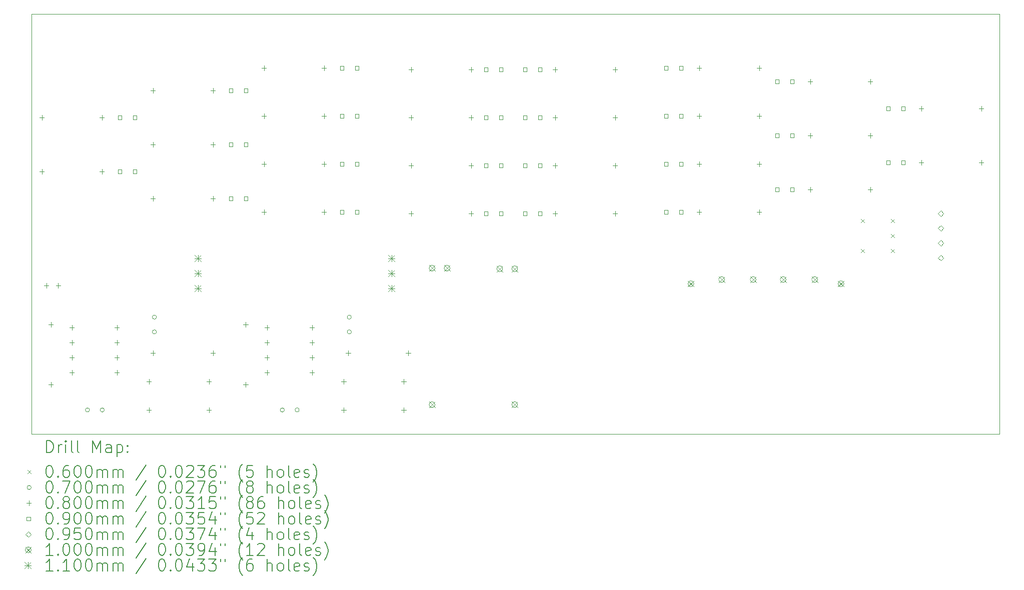
<source format=gbr>
%TF.GenerationSoftware,KiCad,Pcbnew,8.0.8*%
%TF.CreationDate,2025-03-28T10:57:33-04:00*%
%TF.ProjectId,rear_lights_unit,72656172-5f6c-4696-9768-74735f756e69,0*%
%TF.SameCoordinates,Original*%
%TF.FileFunction,Drillmap*%
%TF.FilePolarity,Positive*%
%FSLAX45Y45*%
G04 Gerber Fmt 4.5, Leading zero omitted, Abs format (unit mm)*
G04 Created by KiCad (PCBNEW 8.0.8) date 2025-03-28 10:57:33*
%MOMM*%
%LPD*%
G01*
G04 APERTURE LIST*
%ADD10C,0.050000*%
%ADD11C,0.200000*%
%ADD12C,0.100000*%
%ADD13C,0.110000*%
G04 APERTURE END LIST*
D10*
X5207000Y-5080000D02*
X21590000Y-5080000D01*
X21590000Y-12192000D01*
X5207000Y-12192000D01*
X5207000Y-5080000D01*
D11*
D12*
X19248600Y-8555200D02*
X19308600Y-8615200D01*
X19308600Y-8555200D02*
X19248600Y-8615200D01*
X19248600Y-9063200D02*
X19308600Y-9123200D01*
X19308600Y-9063200D02*
X19248600Y-9123200D01*
X19756600Y-8555200D02*
X19816600Y-8615200D01*
X19816600Y-8555200D02*
X19756600Y-8615200D01*
X19756600Y-8809200D02*
X19816600Y-8869200D01*
X19816600Y-8809200D02*
X19756600Y-8869200D01*
X19756600Y-9063200D02*
X19816600Y-9123200D01*
X19816600Y-9063200D02*
X19756600Y-9123200D01*
X6192400Y-11785600D02*
G75*
G02*
X6122400Y-11785600I-35000J0D01*
G01*
X6122400Y-11785600D02*
G75*
G02*
X6192400Y-11785600I35000J0D01*
G01*
X6442400Y-11785600D02*
G75*
G02*
X6372400Y-11785600I-35000J0D01*
G01*
X6372400Y-11785600D02*
G75*
G02*
X6442400Y-11785600I35000J0D01*
G01*
X7324800Y-10213800D02*
G75*
G02*
X7254800Y-10213800I-35000J0D01*
G01*
X7254800Y-10213800D02*
G75*
G02*
X7324800Y-10213800I35000J0D01*
G01*
X7324800Y-10463800D02*
G75*
G02*
X7254800Y-10463800I-35000J0D01*
G01*
X7254800Y-10463800D02*
G75*
G02*
X7324800Y-10463800I35000J0D01*
G01*
X9490100Y-11785600D02*
G75*
G02*
X9420100Y-11785600I-35000J0D01*
G01*
X9420100Y-11785600D02*
G75*
G02*
X9490100Y-11785600I35000J0D01*
G01*
X9740100Y-11785600D02*
G75*
G02*
X9670100Y-11785600I-35000J0D01*
G01*
X9670100Y-11785600D02*
G75*
G02*
X9740100Y-11785600I35000J0D01*
G01*
X10622500Y-10213800D02*
G75*
G02*
X10552500Y-10213800I-35000J0D01*
G01*
X10552500Y-10213800D02*
G75*
G02*
X10622500Y-10213800I35000J0D01*
G01*
X10622500Y-10463800D02*
G75*
G02*
X10552500Y-10463800I-35000J0D01*
G01*
X10552500Y-10463800D02*
G75*
G02*
X10622500Y-10463800I35000J0D01*
G01*
X5384300Y-6792600D02*
X5384300Y-6872600D01*
X5344300Y-6832600D02*
X5424300Y-6832600D01*
X5384300Y-7707000D02*
X5384300Y-7787000D01*
X5344300Y-7747000D02*
X5424300Y-7747000D01*
X5461000Y-9637400D02*
X5461000Y-9717400D01*
X5421000Y-9677400D02*
X5501000Y-9677400D01*
X5537200Y-10298800D02*
X5537200Y-10378800D01*
X5497200Y-10338800D02*
X5577200Y-10338800D01*
X5537200Y-11314800D02*
X5537200Y-11394800D01*
X5497200Y-11354800D02*
X5577200Y-11354800D01*
X5661000Y-9637400D02*
X5661000Y-9717400D01*
X5621000Y-9677400D02*
X5701000Y-9677400D01*
X5891800Y-10349600D02*
X5891800Y-10429600D01*
X5851800Y-10389600D02*
X5931800Y-10389600D01*
X5891800Y-10603600D02*
X5891800Y-10683600D01*
X5851800Y-10643600D02*
X5931800Y-10643600D01*
X5891800Y-10857600D02*
X5891800Y-10937600D01*
X5851800Y-10897600D02*
X5931800Y-10897600D01*
X5891800Y-11111600D02*
X5891800Y-11191600D01*
X5851800Y-11151600D02*
X5931800Y-11151600D01*
X6400300Y-6792600D02*
X6400300Y-6872600D01*
X6360300Y-6832600D02*
X6440300Y-6832600D01*
X6400300Y-7707000D02*
X6400300Y-7787000D01*
X6360300Y-7747000D02*
X6440300Y-7747000D01*
X6653800Y-10349600D02*
X6653800Y-10429600D01*
X6613800Y-10389600D02*
X6693800Y-10389600D01*
X6653800Y-10603600D02*
X6653800Y-10683600D01*
X6613800Y-10643600D02*
X6693800Y-10643600D01*
X6653800Y-10857600D02*
X6653800Y-10937600D01*
X6613800Y-10897600D02*
X6693800Y-10897600D01*
X6653800Y-11111600D02*
X6653800Y-11191600D01*
X6613800Y-11151600D02*
X6693800Y-11151600D01*
X7196800Y-11263000D02*
X7196800Y-11343000D01*
X7156800Y-11303000D02*
X7236800Y-11303000D01*
X7196800Y-11745600D02*
X7196800Y-11825600D01*
X7156800Y-11785600D02*
X7236800Y-11785600D01*
X7263900Y-6335400D02*
X7263900Y-6415400D01*
X7223900Y-6375400D02*
X7303900Y-6375400D01*
X7263900Y-7249800D02*
X7263900Y-7329800D01*
X7223900Y-7289800D02*
X7303900Y-7289800D01*
X7263900Y-8164200D02*
X7263900Y-8244200D01*
X7223900Y-8204200D02*
X7303900Y-8204200D01*
X7264400Y-10780400D02*
X7264400Y-10860400D01*
X7224400Y-10820400D02*
X7304400Y-10820400D01*
X8212800Y-11263000D02*
X8212800Y-11343000D01*
X8172800Y-11303000D02*
X8252800Y-11303000D01*
X8212800Y-11745600D02*
X8212800Y-11825600D01*
X8172800Y-11785600D02*
X8252800Y-11785600D01*
X8279900Y-6335400D02*
X8279900Y-6415400D01*
X8239900Y-6375400D02*
X8319900Y-6375400D01*
X8279900Y-7249800D02*
X8279900Y-7329800D01*
X8239900Y-7289800D02*
X8319900Y-7289800D01*
X8279900Y-8164200D02*
X8279900Y-8244200D01*
X8239900Y-8204200D02*
X8319900Y-8204200D01*
X8280400Y-10780400D02*
X8280400Y-10860400D01*
X8240400Y-10820400D02*
X8320400Y-10820400D01*
X8834900Y-10298800D02*
X8834900Y-10378800D01*
X8794900Y-10338800D02*
X8874900Y-10338800D01*
X8834900Y-11314800D02*
X8834900Y-11394800D01*
X8794900Y-11354800D02*
X8874900Y-11354800D01*
X9143500Y-5954400D02*
X9143500Y-6034400D01*
X9103500Y-5994400D02*
X9183500Y-5994400D01*
X9143500Y-6767200D02*
X9143500Y-6847200D01*
X9103500Y-6807200D02*
X9183500Y-6807200D01*
X9143500Y-7580000D02*
X9143500Y-7660000D01*
X9103500Y-7620000D02*
X9183500Y-7620000D01*
X9143500Y-8392800D02*
X9143500Y-8472800D01*
X9103500Y-8432800D02*
X9183500Y-8432800D01*
X9194800Y-10349600D02*
X9194800Y-10429600D01*
X9154800Y-10389600D02*
X9234800Y-10389600D01*
X9194800Y-10603600D02*
X9194800Y-10683600D01*
X9154800Y-10643600D02*
X9234800Y-10643600D01*
X9194800Y-10857600D02*
X9194800Y-10937600D01*
X9154800Y-10897600D02*
X9234800Y-10897600D01*
X9194800Y-11111600D02*
X9194800Y-11191600D01*
X9154800Y-11151600D02*
X9234800Y-11151600D01*
X9956800Y-10349600D02*
X9956800Y-10429600D01*
X9916800Y-10389600D02*
X9996800Y-10389600D01*
X9956800Y-10603600D02*
X9956800Y-10683600D01*
X9916800Y-10643600D02*
X9996800Y-10643600D01*
X9956800Y-10857600D02*
X9956800Y-10937600D01*
X9916800Y-10897600D02*
X9996800Y-10897600D01*
X9956800Y-11111600D02*
X9956800Y-11191600D01*
X9916800Y-11151600D02*
X9996800Y-11151600D01*
X10159500Y-5954400D02*
X10159500Y-6034400D01*
X10119500Y-5994400D02*
X10199500Y-5994400D01*
X10159500Y-6767200D02*
X10159500Y-6847200D01*
X10119500Y-6807200D02*
X10199500Y-6807200D01*
X10159500Y-7580000D02*
X10159500Y-7660000D01*
X10119500Y-7620000D02*
X10199500Y-7620000D01*
X10159500Y-8392800D02*
X10159500Y-8472800D01*
X10119500Y-8432800D02*
X10199500Y-8432800D01*
X10494500Y-11263000D02*
X10494500Y-11343000D01*
X10454500Y-11303000D02*
X10534500Y-11303000D01*
X10494500Y-11745600D02*
X10494500Y-11825600D01*
X10454500Y-11785600D02*
X10534500Y-11785600D01*
X10570700Y-10780400D02*
X10570700Y-10860400D01*
X10530700Y-10820400D02*
X10610700Y-10820400D01*
X11510500Y-11263000D02*
X11510500Y-11343000D01*
X11470500Y-11303000D02*
X11550500Y-11303000D01*
X11510500Y-11745600D02*
X11510500Y-11825600D01*
X11470500Y-11785600D02*
X11550500Y-11785600D01*
X11586700Y-10780400D02*
X11586700Y-10860400D01*
X11546700Y-10820400D02*
X11626700Y-10820400D01*
X11632700Y-5979800D02*
X11632700Y-6059800D01*
X11592700Y-6019800D02*
X11672700Y-6019800D01*
X11632700Y-6792600D02*
X11632700Y-6872600D01*
X11592700Y-6832600D02*
X11672700Y-6832600D01*
X11632700Y-7605400D02*
X11632700Y-7685400D01*
X11592700Y-7645400D02*
X11672700Y-7645400D01*
X11632700Y-8418200D02*
X11632700Y-8498200D01*
X11592700Y-8458200D02*
X11672700Y-8458200D01*
X12648700Y-5979800D02*
X12648700Y-6059800D01*
X12608700Y-6019800D02*
X12688700Y-6019800D01*
X12648700Y-6792600D02*
X12648700Y-6872600D01*
X12608700Y-6832600D02*
X12688700Y-6832600D01*
X12648700Y-7605400D02*
X12648700Y-7685400D01*
X12608700Y-7645400D02*
X12688700Y-7645400D01*
X12648700Y-8418200D02*
X12648700Y-8498200D01*
X12608700Y-8458200D02*
X12688700Y-8458200D01*
X14071100Y-5979800D02*
X14071100Y-6059800D01*
X14031100Y-6019800D02*
X14111100Y-6019800D01*
X14071100Y-6792600D02*
X14071100Y-6872600D01*
X14031100Y-6832600D02*
X14111100Y-6832600D01*
X14071100Y-7605400D02*
X14071100Y-7685400D01*
X14031100Y-7645400D02*
X14111100Y-7645400D01*
X14071100Y-8418200D02*
X14071100Y-8498200D01*
X14031100Y-8458200D02*
X14111100Y-8458200D01*
X15087100Y-5979800D02*
X15087100Y-6059800D01*
X15047100Y-6019800D02*
X15127100Y-6019800D01*
X15087100Y-6792600D02*
X15087100Y-6872600D01*
X15047100Y-6832600D02*
X15127100Y-6832600D01*
X15087100Y-7605400D02*
X15087100Y-7685400D01*
X15047100Y-7645400D02*
X15127100Y-7645400D01*
X15087100Y-8418200D02*
X15087100Y-8498200D01*
X15047100Y-8458200D02*
X15127100Y-8458200D01*
X16509500Y-5954400D02*
X16509500Y-6034400D01*
X16469500Y-5994400D02*
X16549500Y-5994400D01*
X16509500Y-6767200D02*
X16509500Y-6847200D01*
X16469500Y-6807200D02*
X16549500Y-6807200D01*
X16509500Y-7580000D02*
X16509500Y-7660000D01*
X16469500Y-7620000D02*
X16549500Y-7620000D01*
X16509500Y-8392800D02*
X16509500Y-8472800D01*
X16469500Y-8432800D02*
X16549500Y-8432800D01*
X17525500Y-5954400D02*
X17525500Y-6034400D01*
X17485500Y-5994400D02*
X17565500Y-5994400D01*
X17525500Y-6767200D02*
X17525500Y-6847200D01*
X17485500Y-6807200D02*
X17565500Y-6807200D01*
X17525500Y-7580000D02*
X17525500Y-7660000D01*
X17485500Y-7620000D02*
X17565500Y-7620000D01*
X17525500Y-8392800D02*
X17525500Y-8472800D01*
X17485500Y-8432800D02*
X17565500Y-8432800D01*
X18389100Y-6183000D02*
X18389100Y-6263000D01*
X18349100Y-6223000D02*
X18429100Y-6223000D01*
X18389100Y-7097400D02*
X18389100Y-7177400D01*
X18349100Y-7137400D02*
X18429100Y-7137400D01*
X18389100Y-8011800D02*
X18389100Y-8091800D01*
X18349100Y-8051800D02*
X18429100Y-8051800D01*
X19405100Y-6183000D02*
X19405100Y-6263000D01*
X19365100Y-6223000D02*
X19445100Y-6223000D01*
X19405100Y-7097400D02*
X19405100Y-7177400D01*
X19365100Y-7137400D02*
X19445100Y-7137400D01*
X19405100Y-8011800D02*
X19405100Y-8091800D01*
X19365100Y-8051800D02*
X19445100Y-8051800D01*
X20268700Y-6640200D02*
X20268700Y-6720200D01*
X20228700Y-6680200D02*
X20308700Y-6680200D01*
X20268700Y-7554600D02*
X20268700Y-7634600D01*
X20228700Y-7594600D02*
X20308700Y-7594600D01*
X21284700Y-6640200D02*
X21284700Y-6720200D01*
X21244700Y-6680200D02*
X21324700Y-6680200D01*
X21284700Y-7554600D02*
X21284700Y-7634600D01*
X21244700Y-7594600D02*
X21324700Y-7594600D01*
X6736420Y-6864420D02*
X6736420Y-6800780D01*
X6672780Y-6800780D01*
X6672780Y-6864420D01*
X6736420Y-6864420D01*
X6736420Y-7778820D02*
X6736420Y-7715180D01*
X6672780Y-7715180D01*
X6672780Y-7778820D01*
X6736420Y-7778820D01*
X6990420Y-6864420D02*
X6990420Y-6800780D01*
X6926780Y-6800780D01*
X6926780Y-6864420D01*
X6990420Y-6864420D01*
X6990420Y-7778820D02*
X6990420Y-7715180D01*
X6926780Y-7715180D01*
X6926780Y-7778820D01*
X6990420Y-7778820D01*
X8616520Y-6407220D02*
X8616520Y-6343580D01*
X8552880Y-6343580D01*
X8552880Y-6407220D01*
X8616520Y-6407220D01*
X8616520Y-7321620D02*
X8616520Y-7257980D01*
X8552880Y-7257980D01*
X8552880Y-7321620D01*
X8616520Y-7321620D01*
X8616520Y-8236020D02*
X8616520Y-8172380D01*
X8552880Y-8172380D01*
X8552880Y-8236020D01*
X8616520Y-8236020D01*
X8870520Y-6407220D02*
X8870520Y-6343580D01*
X8806880Y-6343580D01*
X8806880Y-6407220D01*
X8870520Y-6407220D01*
X8870520Y-7321620D02*
X8870520Y-7257980D01*
X8806880Y-7257980D01*
X8806880Y-7321620D01*
X8870520Y-7321620D01*
X8870520Y-8236020D02*
X8870520Y-8172380D01*
X8806880Y-8172380D01*
X8806880Y-8236020D01*
X8870520Y-8236020D01*
X10495620Y-6026220D02*
X10495620Y-5962580D01*
X10431980Y-5962580D01*
X10431980Y-6026220D01*
X10495620Y-6026220D01*
X10495620Y-6839020D02*
X10495620Y-6775380D01*
X10431980Y-6775380D01*
X10431980Y-6839020D01*
X10495620Y-6839020D01*
X10496120Y-7651820D02*
X10496120Y-7588180D01*
X10432480Y-7588180D01*
X10432480Y-7651820D01*
X10496120Y-7651820D01*
X10496120Y-8464620D02*
X10496120Y-8400980D01*
X10432480Y-8400980D01*
X10432480Y-8464620D01*
X10496120Y-8464620D01*
X10749620Y-6026220D02*
X10749620Y-5962580D01*
X10685980Y-5962580D01*
X10685980Y-6026220D01*
X10749620Y-6026220D01*
X10749620Y-6839020D02*
X10749620Y-6775380D01*
X10685980Y-6775380D01*
X10685980Y-6839020D01*
X10749620Y-6839020D01*
X10750120Y-7651820D02*
X10750120Y-7588180D01*
X10686480Y-7588180D01*
X10686480Y-7651820D01*
X10750120Y-7651820D01*
X10750120Y-8464620D02*
X10750120Y-8400980D01*
X10686480Y-8400980D01*
X10686480Y-8464620D01*
X10750120Y-8464620D01*
X12933520Y-8490020D02*
X12933520Y-8426380D01*
X12869880Y-8426380D01*
X12869880Y-8490020D01*
X12933520Y-8490020D01*
X12934020Y-6051620D02*
X12934020Y-5987980D01*
X12870380Y-5987980D01*
X12870380Y-6051620D01*
X12934020Y-6051620D01*
X12934020Y-6864420D02*
X12934020Y-6800780D01*
X12870380Y-6800780D01*
X12870380Y-6864420D01*
X12934020Y-6864420D01*
X12934020Y-7677220D02*
X12934020Y-7613580D01*
X12870380Y-7613580D01*
X12870380Y-7677220D01*
X12934020Y-7677220D01*
X13187520Y-8490020D02*
X13187520Y-8426380D01*
X13123880Y-8426380D01*
X13123880Y-8490020D01*
X13187520Y-8490020D01*
X13188020Y-6051620D02*
X13188020Y-5987980D01*
X13124380Y-5987980D01*
X13124380Y-6051620D01*
X13188020Y-6051620D01*
X13188020Y-6864420D02*
X13188020Y-6800780D01*
X13124380Y-6800780D01*
X13124380Y-6864420D01*
X13188020Y-6864420D01*
X13188020Y-7677220D02*
X13188020Y-7613580D01*
X13124380Y-7613580D01*
X13124380Y-7677220D01*
X13188020Y-7677220D01*
X13594920Y-6051620D02*
X13594920Y-5987980D01*
X13531280Y-5987980D01*
X13531280Y-6051620D01*
X13594920Y-6051620D01*
X13594920Y-6864420D02*
X13594920Y-6800780D01*
X13531280Y-6800780D01*
X13531280Y-6864420D01*
X13594920Y-6864420D01*
X13594920Y-7677220D02*
X13594920Y-7613580D01*
X13531280Y-7613580D01*
X13531280Y-7677220D01*
X13594920Y-7677220D01*
X13594920Y-8490020D02*
X13594920Y-8426380D01*
X13531280Y-8426380D01*
X13531280Y-8490020D01*
X13594920Y-8490020D01*
X13848920Y-6051620D02*
X13848920Y-5987980D01*
X13785280Y-5987980D01*
X13785280Y-6051620D01*
X13848920Y-6051620D01*
X13848920Y-6864420D02*
X13848920Y-6800780D01*
X13785280Y-6800780D01*
X13785280Y-6864420D01*
X13848920Y-6864420D01*
X13848920Y-7677220D02*
X13848920Y-7613580D01*
X13785280Y-7613580D01*
X13785280Y-7677220D01*
X13848920Y-7677220D01*
X13848920Y-8490020D02*
X13848920Y-8426380D01*
X13785280Y-8426380D01*
X13785280Y-8490020D01*
X13848920Y-8490020D01*
X15983020Y-6026220D02*
X15983020Y-5962580D01*
X15919380Y-5962580D01*
X15919380Y-6026220D01*
X15983020Y-6026220D01*
X15983020Y-6839020D02*
X15983020Y-6775380D01*
X15919380Y-6775380D01*
X15919380Y-6839020D01*
X15983020Y-6839020D01*
X15983020Y-7651820D02*
X15983020Y-7588180D01*
X15919380Y-7588180D01*
X15919380Y-7651820D01*
X15983020Y-7651820D01*
X15983020Y-8464620D02*
X15983020Y-8400980D01*
X15919380Y-8400980D01*
X15919380Y-8464620D01*
X15983020Y-8464620D01*
X16237020Y-6026220D02*
X16237020Y-5962580D01*
X16173380Y-5962580D01*
X16173380Y-6026220D01*
X16237020Y-6026220D01*
X16237020Y-6839020D02*
X16237020Y-6775380D01*
X16173380Y-6775380D01*
X16173380Y-6839020D01*
X16237020Y-6839020D01*
X16237020Y-7651820D02*
X16237020Y-7588180D01*
X16173380Y-7588180D01*
X16173380Y-7651820D01*
X16237020Y-7651820D01*
X16237020Y-8464620D02*
X16237020Y-8400980D01*
X16173380Y-8400980D01*
X16173380Y-8464620D01*
X16237020Y-8464620D01*
X17861620Y-6254820D02*
X17861620Y-6191180D01*
X17797980Y-6191180D01*
X17797980Y-6254820D01*
X17861620Y-6254820D01*
X17861620Y-8083620D02*
X17861620Y-8019980D01*
X17797980Y-8019980D01*
X17797980Y-8083620D01*
X17861620Y-8083620D01*
X17862120Y-7169220D02*
X17862120Y-7105580D01*
X17798480Y-7105580D01*
X17798480Y-7169220D01*
X17862120Y-7169220D01*
X18115620Y-6254820D02*
X18115620Y-6191180D01*
X18051980Y-6191180D01*
X18051980Y-6254820D01*
X18115620Y-6254820D01*
X18115620Y-8083620D02*
X18115620Y-8019980D01*
X18051980Y-8019980D01*
X18051980Y-8083620D01*
X18115620Y-8083620D01*
X18116120Y-7169220D02*
X18116120Y-7105580D01*
X18052480Y-7105580D01*
X18052480Y-7169220D01*
X18116120Y-7169220D01*
X19742220Y-6712020D02*
X19742220Y-6648380D01*
X19678580Y-6648380D01*
X19678580Y-6712020D01*
X19742220Y-6712020D01*
X19742720Y-7626420D02*
X19742720Y-7562780D01*
X19679080Y-7562780D01*
X19679080Y-7626420D01*
X19742720Y-7626420D01*
X19996220Y-6712020D02*
X19996220Y-6648380D01*
X19932580Y-6648380D01*
X19932580Y-6712020D01*
X19996220Y-6712020D01*
X19996720Y-7626420D02*
X19996720Y-7562780D01*
X19933080Y-7562780D01*
X19933080Y-7626420D01*
X19996720Y-7626420D01*
X20599400Y-8505700D02*
X20646900Y-8458200D01*
X20599400Y-8410700D01*
X20551900Y-8458200D01*
X20599400Y-8505700D01*
X20599400Y-8755700D02*
X20646900Y-8708200D01*
X20599400Y-8660700D01*
X20551900Y-8708200D01*
X20599400Y-8755700D01*
X20599400Y-9005700D02*
X20646900Y-8958200D01*
X20599400Y-8910700D01*
X20551900Y-8958200D01*
X20599400Y-9005700D01*
X20599400Y-9255700D02*
X20646900Y-9208200D01*
X20599400Y-9160700D01*
X20551900Y-9208200D01*
X20599400Y-9255700D01*
X11938800Y-9334200D02*
X12038800Y-9434200D01*
X12038800Y-9334200D02*
X11938800Y-9434200D01*
X12038800Y-9384200D02*
G75*
G02*
X11938800Y-9384200I-50000J0D01*
G01*
X11938800Y-9384200D02*
G75*
G02*
X12038800Y-9384200I50000J0D01*
G01*
X11938800Y-11645200D02*
X12038800Y-11745200D01*
X12038800Y-11645200D02*
X11938800Y-11745200D01*
X12038800Y-11695200D02*
G75*
G02*
X11938800Y-11695200I-50000J0D01*
G01*
X11938800Y-11695200D02*
G75*
G02*
X12038800Y-11695200I50000J0D01*
G01*
X12192800Y-9334200D02*
X12292800Y-9434200D01*
X12292800Y-9334200D02*
X12192800Y-9434200D01*
X12292800Y-9384200D02*
G75*
G02*
X12192800Y-9384200I-50000J0D01*
G01*
X12192800Y-9384200D02*
G75*
G02*
X12292800Y-9384200I50000J0D01*
G01*
X13084800Y-9345200D02*
X13184800Y-9445200D01*
X13184800Y-9345200D02*
X13084800Y-9445200D01*
X13184800Y-9395200D02*
G75*
G02*
X13084800Y-9395200I-50000J0D01*
G01*
X13084800Y-9395200D02*
G75*
G02*
X13184800Y-9395200I50000J0D01*
G01*
X13338800Y-9345200D02*
X13438800Y-9445200D01*
X13438800Y-9345200D02*
X13338800Y-9445200D01*
X13438800Y-9395200D02*
G75*
G02*
X13338800Y-9395200I-50000J0D01*
G01*
X13338800Y-9395200D02*
G75*
G02*
X13438800Y-9395200I50000J0D01*
G01*
X13338800Y-11645200D02*
X13438800Y-11745200D01*
X13438800Y-11645200D02*
X13338800Y-11745200D01*
X13438800Y-11695200D02*
G75*
G02*
X13338800Y-11695200I-50000J0D01*
G01*
X13338800Y-11695200D02*
G75*
G02*
X13438800Y-11695200I50000J0D01*
G01*
X16320510Y-9598210D02*
X16420510Y-9698210D01*
X16420510Y-9598210D02*
X16320510Y-9698210D01*
X16420510Y-9648210D02*
G75*
G02*
X16320510Y-9648210I-50000J0D01*
G01*
X16320510Y-9648210D02*
G75*
G02*
X16420510Y-9648210I50000J0D01*
G01*
X16841000Y-9525800D02*
X16941000Y-9625800D01*
X16941000Y-9525800D02*
X16841000Y-9625800D01*
X16941000Y-9575800D02*
G75*
G02*
X16841000Y-9575800I-50000J0D01*
G01*
X16841000Y-9575800D02*
G75*
G02*
X16941000Y-9575800I50000J0D01*
G01*
X17374400Y-9525800D02*
X17474400Y-9625800D01*
X17474400Y-9525800D02*
X17374400Y-9625800D01*
X17474400Y-9575800D02*
G75*
G02*
X17374400Y-9575800I-50000J0D01*
G01*
X17374400Y-9575800D02*
G75*
G02*
X17474400Y-9575800I50000J0D01*
G01*
X17882400Y-9525800D02*
X17982400Y-9625800D01*
X17982400Y-9525800D02*
X17882400Y-9625800D01*
X17982400Y-9575800D02*
G75*
G02*
X17882400Y-9575800I-50000J0D01*
G01*
X17882400Y-9575800D02*
G75*
G02*
X17982400Y-9575800I50000J0D01*
G01*
X18415800Y-9525800D02*
X18515800Y-9625800D01*
X18515800Y-9525800D02*
X18415800Y-9625800D01*
X18515800Y-9575800D02*
G75*
G02*
X18415800Y-9575800I-50000J0D01*
G01*
X18415800Y-9575800D02*
G75*
G02*
X18515800Y-9575800I50000J0D01*
G01*
X18860510Y-9598210D02*
X18960510Y-9698210D01*
X18960510Y-9598210D02*
X18860510Y-9698210D01*
X18960510Y-9648210D02*
G75*
G02*
X18860510Y-9648210I-50000J0D01*
G01*
X18860510Y-9648210D02*
G75*
G02*
X18960510Y-9648210I50000J0D01*
G01*
D13*
X7971400Y-9165200D02*
X8081400Y-9275200D01*
X8081400Y-9165200D02*
X7971400Y-9275200D01*
X8026400Y-9165200D02*
X8026400Y-9275200D01*
X7971400Y-9220200D02*
X8081400Y-9220200D01*
X7971400Y-9419200D02*
X8081400Y-9529200D01*
X8081400Y-9419200D02*
X7971400Y-9529200D01*
X8026400Y-9419200D02*
X8026400Y-9529200D01*
X7971400Y-9474200D02*
X8081400Y-9474200D01*
X7971400Y-9673200D02*
X8081400Y-9783200D01*
X8081400Y-9673200D02*
X7971400Y-9783200D01*
X8026400Y-9673200D02*
X8026400Y-9783200D01*
X7971400Y-9728200D02*
X8081400Y-9728200D01*
X11248000Y-9165200D02*
X11358000Y-9275200D01*
X11358000Y-9165200D02*
X11248000Y-9275200D01*
X11303000Y-9165200D02*
X11303000Y-9275200D01*
X11248000Y-9220200D02*
X11358000Y-9220200D01*
X11248000Y-9419200D02*
X11358000Y-9529200D01*
X11358000Y-9419200D02*
X11248000Y-9529200D01*
X11303000Y-9419200D02*
X11303000Y-9529200D01*
X11248000Y-9474200D02*
X11358000Y-9474200D01*
X11248000Y-9673200D02*
X11358000Y-9783200D01*
X11358000Y-9673200D02*
X11248000Y-9783200D01*
X11303000Y-9673200D02*
X11303000Y-9783200D01*
X11248000Y-9728200D02*
X11358000Y-9728200D01*
D11*
X5465277Y-12505984D02*
X5465277Y-12305984D01*
X5465277Y-12305984D02*
X5512896Y-12305984D01*
X5512896Y-12305984D02*
X5541467Y-12315508D01*
X5541467Y-12315508D02*
X5560515Y-12334555D01*
X5560515Y-12334555D02*
X5570039Y-12353603D01*
X5570039Y-12353603D02*
X5579563Y-12391698D01*
X5579563Y-12391698D02*
X5579563Y-12420269D01*
X5579563Y-12420269D02*
X5570039Y-12458365D01*
X5570039Y-12458365D02*
X5560515Y-12477412D01*
X5560515Y-12477412D02*
X5541467Y-12496460D01*
X5541467Y-12496460D02*
X5512896Y-12505984D01*
X5512896Y-12505984D02*
X5465277Y-12505984D01*
X5665277Y-12505984D02*
X5665277Y-12372650D01*
X5665277Y-12410746D02*
X5674801Y-12391698D01*
X5674801Y-12391698D02*
X5684324Y-12382174D01*
X5684324Y-12382174D02*
X5703372Y-12372650D01*
X5703372Y-12372650D02*
X5722420Y-12372650D01*
X5789086Y-12505984D02*
X5789086Y-12372650D01*
X5789086Y-12305984D02*
X5779562Y-12315508D01*
X5779562Y-12315508D02*
X5789086Y-12325031D01*
X5789086Y-12325031D02*
X5798610Y-12315508D01*
X5798610Y-12315508D02*
X5789086Y-12305984D01*
X5789086Y-12305984D02*
X5789086Y-12325031D01*
X5912896Y-12505984D02*
X5893848Y-12496460D01*
X5893848Y-12496460D02*
X5884324Y-12477412D01*
X5884324Y-12477412D02*
X5884324Y-12305984D01*
X6017658Y-12505984D02*
X5998610Y-12496460D01*
X5998610Y-12496460D02*
X5989086Y-12477412D01*
X5989086Y-12477412D02*
X5989086Y-12305984D01*
X6246229Y-12505984D02*
X6246229Y-12305984D01*
X6246229Y-12305984D02*
X6312896Y-12448841D01*
X6312896Y-12448841D02*
X6379562Y-12305984D01*
X6379562Y-12305984D02*
X6379562Y-12505984D01*
X6560515Y-12505984D02*
X6560515Y-12401222D01*
X6560515Y-12401222D02*
X6550991Y-12382174D01*
X6550991Y-12382174D02*
X6531943Y-12372650D01*
X6531943Y-12372650D02*
X6493848Y-12372650D01*
X6493848Y-12372650D02*
X6474801Y-12382174D01*
X6560515Y-12496460D02*
X6541467Y-12505984D01*
X6541467Y-12505984D02*
X6493848Y-12505984D01*
X6493848Y-12505984D02*
X6474801Y-12496460D01*
X6474801Y-12496460D02*
X6465277Y-12477412D01*
X6465277Y-12477412D02*
X6465277Y-12458365D01*
X6465277Y-12458365D02*
X6474801Y-12439317D01*
X6474801Y-12439317D02*
X6493848Y-12429793D01*
X6493848Y-12429793D02*
X6541467Y-12429793D01*
X6541467Y-12429793D02*
X6560515Y-12420269D01*
X6655753Y-12372650D02*
X6655753Y-12572650D01*
X6655753Y-12382174D02*
X6674801Y-12372650D01*
X6674801Y-12372650D02*
X6712896Y-12372650D01*
X6712896Y-12372650D02*
X6731943Y-12382174D01*
X6731943Y-12382174D02*
X6741467Y-12391698D01*
X6741467Y-12391698D02*
X6750991Y-12410746D01*
X6750991Y-12410746D02*
X6750991Y-12467888D01*
X6750991Y-12467888D02*
X6741467Y-12486936D01*
X6741467Y-12486936D02*
X6731943Y-12496460D01*
X6731943Y-12496460D02*
X6712896Y-12505984D01*
X6712896Y-12505984D02*
X6674801Y-12505984D01*
X6674801Y-12505984D02*
X6655753Y-12496460D01*
X6836705Y-12486936D02*
X6846229Y-12496460D01*
X6846229Y-12496460D02*
X6836705Y-12505984D01*
X6836705Y-12505984D02*
X6827182Y-12496460D01*
X6827182Y-12496460D02*
X6836705Y-12486936D01*
X6836705Y-12486936D02*
X6836705Y-12505984D01*
X6836705Y-12382174D02*
X6846229Y-12391698D01*
X6846229Y-12391698D02*
X6836705Y-12401222D01*
X6836705Y-12401222D02*
X6827182Y-12391698D01*
X6827182Y-12391698D02*
X6836705Y-12382174D01*
X6836705Y-12382174D02*
X6836705Y-12401222D01*
D12*
X5144500Y-12804500D02*
X5204500Y-12864500D01*
X5204500Y-12804500D02*
X5144500Y-12864500D01*
D11*
X5503372Y-12725984D02*
X5522420Y-12725984D01*
X5522420Y-12725984D02*
X5541467Y-12735508D01*
X5541467Y-12735508D02*
X5550991Y-12745031D01*
X5550991Y-12745031D02*
X5560515Y-12764079D01*
X5560515Y-12764079D02*
X5570039Y-12802174D01*
X5570039Y-12802174D02*
X5570039Y-12849793D01*
X5570039Y-12849793D02*
X5560515Y-12887888D01*
X5560515Y-12887888D02*
X5550991Y-12906936D01*
X5550991Y-12906936D02*
X5541467Y-12916460D01*
X5541467Y-12916460D02*
X5522420Y-12925984D01*
X5522420Y-12925984D02*
X5503372Y-12925984D01*
X5503372Y-12925984D02*
X5484324Y-12916460D01*
X5484324Y-12916460D02*
X5474801Y-12906936D01*
X5474801Y-12906936D02*
X5465277Y-12887888D01*
X5465277Y-12887888D02*
X5455753Y-12849793D01*
X5455753Y-12849793D02*
X5455753Y-12802174D01*
X5455753Y-12802174D02*
X5465277Y-12764079D01*
X5465277Y-12764079D02*
X5474801Y-12745031D01*
X5474801Y-12745031D02*
X5484324Y-12735508D01*
X5484324Y-12735508D02*
X5503372Y-12725984D01*
X5655753Y-12906936D02*
X5665277Y-12916460D01*
X5665277Y-12916460D02*
X5655753Y-12925984D01*
X5655753Y-12925984D02*
X5646229Y-12916460D01*
X5646229Y-12916460D02*
X5655753Y-12906936D01*
X5655753Y-12906936D02*
X5655753Y-12925984D01*
X5836705Y-12725984D02*
X5798610Y-12725984D01*
X5798610Y-12725984D02*
X5779562Y-12735508D01*
X5779562Y-12735508D02*
X5770039Y-12745031D01*
X5770039Y-12745031D02*
X5750991Y-12773603D01*
X5750991Y-12773603D02*
X5741467Y-12811698D01*
X5741467Y-12811698D02*
X5741467Y-12887888D01*
X5741467Y-12887888D02*
X5750991Y-12906936D01*
X5750991Y-12906936D02*
X5760515Y-12916460D01*
X5760515Y-12916460D02*
X5779562Y-12925984D01*
X5779562Y-12925984D02*
X5817658Y-12925984D01*
X5817658Y-12925984D02*
X5836705Y-12916460D01*
X5836705Y-12916460D02*
X5846229Y-12906936D01*
X5846229Y-12906936D02*
X5855753Y-12887888D01*
X5855753Y-12887888D02*
X5855753Y-12840269D01*
X5855753Y-12840269D02*
X5846229Y-12821222D01*
X5846229Y-12821222D02*
X5836705Y-12811698D01*
X5836705Y-12811698D02*
X5817658Y-12802174D01*
X5817658Y-12802174D02*
X5779562Y-12802174D01*
X5779562Y-12802174D02*
X5760515Y-12811698D01*
X5760515Y-12811698D02*
X5750991Y-12821222D01*
X5750991Y-12821222D02*
X5741467Y-12840269D01*
X5979562Y-12725984D02*
X5998610Y-12725984D01*
X5998610Y-12725984D02*
X6017658Y-12735508D01*
X6017658Y-12735508D02*
X6027182Y-12745031D01*
X6027182Y-12745031D02*
X6036705Y-12764079D01*
X6036705Y-12764079D02*
X6046229Y-12802174D01*
X6046229Y-12802174D02*
X6046229Y-12849793D01*
X6046229Y-12849793D02*
X6036705Y-12887888D01*
X6036705Y-12887888D02*
X6027182Y-12906936D01*
X6027182Y-12906936D02*
X6017658Y-12916460D01*
X6017658Y-12916460D02*
X5998610Y-12925984D01*
X5998610Y-12925984D02*
X5979562Y-12925984D01*
X5979562Y-12925984D02*
X5960515Y-12916460D01*
X5960515Y-12916460D02*
X5950991Y-12906936D01*
X5950991Y-12906936D02*
X5941467Y-12887888D01*
X5941467Y-12887888D02*
X5931943Y-12849793D01*
X5931943Y-12849793D02*
X5931943Y-12802174D01*
X5931943Y-12802174D02*
X5941467Y-12764079D01*
X5941467Y-12764079D02*
X5950991Y-12745031D01*
X5950991Y-12745031D02*
X5960515Y-12735508D01*
X5960515Y-12735508D02*
X5979562Y-12725984D01*
X6170039Y-12725984D02*
X6189086Y-12725984D01*
X6189086Y-12725984D02*
X6208134Y-12735508D01*
X6208134Y-12735508D02*
X6217658Y-12745031D01*
X6217658Y-12745031D02*
X6227182Y-12764079D01*
X6227182Y-12764079D02*
X6236705Y-12802174D01*
X6236705Y-12802174D02*
X6236705Y-12849793D01*
X6236705Y-12849793D02*
X6227182Y-12887888D01*
X6227182Y-12887888D02*
X6217658Y-12906936D01*
X6217658Y-12906936D02*
X6208134Y-12916460D01*
X6208134Y-12916460D02*
X6189086Y-12925984D01*
X6189086Y-12925984D02*
X6170039Y-12925984D01*
X6170039Y-12925984D02*
X6150991Y-12916460D01*
X6150991Y-12916460D02*
X6141467Y-12906936D01*
X6141467Y-12906936D02*
X6131943Y-12887888D01*
X6131943Y-12887888D02*
X6122420Y-12849793D01*
X6122420Y-12849793D02*
X6122420Y-12802174D01*
X6122420Y-12802174D02*
X6131943Y-12764079D01*
X6131943Y-12764079D02*
X6141467Y-12745031D01*
X6141467Y-12745031D02*
X6150991Y-12735508D01*
X6150991Y-12735508D02*
X6170039Y-12725984D01*
X6322420Y-12925984D02*
X6322420Y-12792650D01*
X6322420Y-12811698D02*
X6331943Y-12802174D01*
X6331943Y-12802174D02*
X6350991Y-12792650D01*
X6350991Y-12792650D02*
X6379563Y-12792650D01*
X6379563Y-12792650D02*
X6398610Y-12802174D01*
X6398610Y-12802174D02*
X6408134Y-12821222D01*
X6408134Y-12821222D02*
X6408134Y-12925984D01*
X6408134Y-12821222D02*
X6417658Y-12802174D01*
X6417658Y-12802174D02*
X6436705Y-12792650D01*
X6436705Y-12792650D02*
X6465277Y-12792650D01*
X6465277Y-12792650D02*
X6484324Y-12802174D01*
X6484324Y-12802174D02*
X6493848Y-12821222D01*
X6493848Y-12821222D02*
X6493848Y-12925984D01*
X6589086Y-12925984D02*
X6589086Y-12792650D01*
X6589086Y-12811698D02*
X6598610Y-12802174D01*
X6598610Y-12802174D02*
X6617658Y-12792650D01*
X6617658Y-12792650D02*
X6646229Y-12792650D01*
X6646229Y-12792650D02*
X6665277Y-12802174D01*
X6665277Y-12802174D02*
X6674801Y-12821222D01*
X6674801Y-12821222D02*
X6674801Y-12925984D01*
X6674801Y-12821222D02*
X6684324Y-12802174D01*
X6684324Y-12802174D02*
X6703372Y-12792650D01*
X6703372Y-12792650D02*
X6731943Y-12792650D01*
X6731943Y-12792650D02*
X6750991Y-12802174D01*
X6750991Y-12802174D02*
X6760515Y-12821222D01*
X6760515Y-12821222D02*
X6760515Y-12925984D01*
X7150991Y-12716460D02*
X6979563Y-12973603D01*
X7408134Y-12725984D02*
X7427182Y-12725984D01*
X7427182Y-12725984D02*
X7446229Y-12735508D01*
X7446229Y-12735508D02*
X7455753Y-12745031D01*
X7455753Y-12745031D02*
X7465277Y-12764079D01*
X7465277Y-12764079D02*
X7474801Y-12802174D01*
X7474801Y-12802174D02*
X7474801Y-12849793D01*
X7474801Y-12849793D02*
X7465277Y-12887888D01*
X7465277Y-12887888D02*
X7455753Y-12906936D01*
X7455753Y-12906936D02*
X7446229Y-12916460D01*
X7446229Y-12916460D02*
X7427182Y-12925984D01*
X7427182Y-12925984D02*
X7408134Y-12925984D01*
X7408134Y-12925984D02*
X7389086Y-12916460D01*
X7389086Y-12916460D02*
X7379563Y-12906936D01*
X7379563Y-12906936D02*
X7370039Y-12887888D01*
X7370039Y-12887888D02*
X7360515Y-12849793D01*
X7360515Y-12849793D02*
X7360515Y-12802174D01*
X7360515Y-12802174D02*
X7370039Y-12764079D01*
X7370039Y-12764079D02*
X7379563Y-12745031D01*
X7379563Y-12745031D02*
X7389086Y-12735508D01*
X7389086Y-12735508D02*
X7408134Y-12725984D01*
X7560515Y-12906936D02*
X7570039Y-12916460D01*
X7570039Y-12916460D02*
X7560515Y-12925984D01*
X7560515Y-12925984D02*
X7550991Y-12916460D01*
X7550991Y-12916460D02*
X7560515Y-12906936D01*
X7560515Y-12906936D02*
X7560515Y-12925984D01*
X7693848Y-12725984D02*
X7712896Y-12725984D01*
X7712896Y-12725984D02*
X7731944Y-12735508D01*
X7731944Y-12735508D02*
X7741467Y-12745031D01*
X7741467Y-12745031D02*
X7750991Y-12764079D01*
X7750991Y-12764079D02*
X7760515Y-12802174D01*
X7760515Y-12802174D02*
X7760515Y-12849793D01*
X7760515Y-12849793D02*
X7750991Y-12887888D01*
X7750991Y-12887888D02*
X7741467Y-12906936D01*
X7741467Y-12906936D02*
X7731944Y-12916460D01*
X7731944Y-12916460D02*
X7712896Y-12925984D01*
X7712896Y-12925984D02*
X7693848Y-12925984D01*
X7693848Y-12925984D02*
X7674801Y-12916460D01*
X7674801Y-12916460D02*
X7665277Y-12906936D01*
X7665277Y-12906936D02*
X7655753Y-12887888D01*
X7655753Y-12887888D02*
X7646229Y-12849793D01*
X7646229Y-12849793D02*
X7646229Y-12802174D01*
X7646229Y-12802174D02*
X7655753Y-12764079D01*
X7655753Y-12764079D02*
X7665277Y-12745031D01*
X7665277Y-12745031D02*
X7674801Y-12735508D01*
X7674801Y-12735508D02*
X7693848Y-12725984D01*
X7836706Y-12745031D02*
X7846229Y-12735508D01*
X7846229Y-12735508D02*
X7865277Y-12725984D01*
X7865277Y-12725984D02*
X7912896Y-12725984D01*
X7912896Y-12725984D02*
X7931944Y-12735508D01*
X7931944Y-12735508D02*
X7941467Y-12745031D01*
X7941467Y-12745031D02*
X7950991Y-12764079D01*
X7950991Y-12764079D02*
X7950991Y-12783127D01*
X7950991Y-12783127D02*
X7941467Y-12811698D01*
X7941467Y-12811698D02*
X7827182Y-12925984D01*
X7827182Y-12925984D02*
X7950991Y-12925984D01*
X8017658Y-12725984D02*
X8141467Y-12725984D01*
X8141467Y-12725984D02*
X8074801Y-12802174D01*
X8074801Y-12802174D02*
X8103372Y-12802174D01*
X8103372Y-12802174D02*
X8122420Y-12811698D01*
X8122420Y-12811698D02*
X8131944Y-12821222D01*
X8131944Y-12821222D02*
X8141467Y-12840269D01*
X8141467Y-12840269D02*
X8141467Y-12887888D01*
X8141467Y-12887888D02*
X8131944Y-12906936D01*
X8131944Y-12906936D02*
X8122420Y-12916460D01*
X8122420Y-12916460D02*
X8103372Y-12925984D01*
X8103372Y-12925984D02*
X8046229Y-12925984D01*
X8046229Y-12925984D02*
X8027182Y-12916460D01*
X8027182Y-12916460D02*
X8017658Y-12906936D01*
X8312896Y-12725984D02*
X8274801Y-12725984D01*
X8274801Y-12725984D02*
X8255753Y-12735508D01*
X8255753Y-12735508D02*
X8246229Y-12745031D01*
X8246229Y-12745031D02*
X8227182Y-12773603D01*
X8227182Y-12773603D02*
X8217658Y-12811698D01*
X8217658Y-12811698D02*
X8217658Y-12887888D01*
X8217658Y-12887888D02*
X8227182Y-12906936D01*
X8227182Y-12906936D02*
X8236706Y-12916460D01*
X8236706Y-12916460D02*
X8255753Y-12925984D01*
X8255753Y-12925984D02*
X8293848Y-12925984D01*
X8293848Y-12925984D02*
X8312896Y-12916460D01*
X8312896Y-12916460D02*
X8322420Y-12906936D01*
X8322420Y-12906936D02*
X8331944Y-12887888D01*
X8331944Y-12887888D02*
X8331944Y-12840269D01*
X8331944Y-12840269D02*
X8322420Y-12821222D01*
X8322420Y-12821222D02*
X8312896Y-12811698D01*
X8312896Y-12811698D02*
X8293848Y-12802174D01*
X8293848Y-12802174D02*
X8255753Y-12802174D01*
X8255753Y-12802174D02*
X8236706Y-12811698D01*
X8236706Y-12811698D02*
X8227182Y-12821222D01*
X8227182Y-12821222D02*
X8217658Y-12840269D01*
X8408134Y-12725984D02*
X8408134Y-12764079D01*
X8484325Y-12725984D02*
X8484325Y-12764079D01*
X8779563Y-13002174D02*
X8770039Y-12992650D01*
X8770039Y-12992650D02*
X8750991Y-12964079D01*
X8750991Y-12964079D02*
X8741468Y-12945031D01*
X8741468Y-12945031D02*
X8731944Y-12916460D01*
X8731944Y-12916460D02*
X8722420Y-12868841D01*
X8722420Y-12868841D02*
X8722420Y-12830746D01*
X8722420Y-12830746D02*
X8731944Y-12783127D01*
X8731944Y-12783127D02*
X8741468Y-12754555D01*
X8741468Y-12754555D02*
X8750991Y-12735508D01*
X8750991Y-12735508D02*
X8770039Y-12706936D01*
X8770039Y-12706936D02*
X8779563Y-12697412D01*
X8950991Y-12725984D02*
X8855753Y-12725984D01*
X8855753Y-12725984D02*
X8846230Y-12821222D01*
X8846230Y-12821222D02*
X8855753Y-12811698D01*
X8855753Y-12811698D02*
X8874801Y-12802174D01*
X8874801Y-12802174D02*
X8922420Y-12802174D01*
X8922420Y-12802174D02*
X8941468Y-12811698D01*
X8941468Y-12811698D02*
X8950991Y-12821222D01*
X8950991Y-12821222D02*
X8960515Y-12840269D01*
X8960515Y-12840269D02*
X8960515Y-12887888D01*
X8960515Y-12887888D02*
X8950991Y-12906936D01*
X8950991Y-12906936D02*
X8941468Y-12916460D01*
X8941468Y-12916460D02*
X8922420Y-12925984D01*
X8922420Y-12925984D02*
X8874801Y-12925984D01*
X8874801Y-12925984D02*
X8855753Y-12916460D01*
X8855753Y-12916460D02*
X8846230Y-12906936D01*
X9198611Y-12925984D02*
X9198611Y-12725984D01*
X9284325Y-12925984D02*
X9284325Y-12821222D01*
X9284325Y-12821222D02*
X9274801Y-12802174D01*
X9274801Y-12802174D02*
X9255753Y-12792650D01*
X9255753Y-12792650D02*
X9227182Y-12792650D01*
X9227182Y-12792650D02*
X9208134Y-12802174D01*
X9208134Y-12802174D02*
X9198611Y-12811698D01*
X9408134Y-12925984D02*
X9389087Y-12916460D01*
X9389087Y-12916460D02*
X9379563Y-12906936D01*
X9379563Y-12906936D02*
X9370039Y-12887888D01*
X9370039Y-12887888D02*
X9370039Y-12830746D01*
X9370039Y-12830746D02*
X9379563Y-12811698D01*
X9379563Y-12811698D02*
X9389087Y-12802174D01*
X9389087Y-12802174D02*
X9408134Y-12792650D01*
X9408134Y-12792650D02*
X9436706Y-12792650D01*
X9436706Y-12792650D02*
X9455753Y-12802174D01*
X9455753Y-12802174D02*
X9465277Y-12811698D01*
X9465277Y-12811698D02*
X9474801Y-12830746D01*
X9474801Y-12830746D02*
X9474801Y-12887888D01*
X9474801Y-12887888D02*
X9465277Y-12906936D01*
X9465277Y-12906936D02*
X9455753Y-12916460D01*
X9455753Y-12916460D02*
X9436706Y-12925984D01*
X9436706Y-12925984D02*
X9408134Y-12925984D01*
X9589087Y-12925984D02*
X9570039Y-12916460D01*
X9570039Y-12916460D02*
X9560515Y-12897412D01*
X9560515Y-12897412D02*
X9560515Y-12725984D01*
X9741468Y-12916460D02*
X9722420Y-12925984D01*
X9722420Y-12925984D02*
X9684325Y-12925984D01*
X9684325Y-12925984D02*
X9665277Y-12916460D01*
X9665277Y-12916460D02*
X9655753Y-12897412D01*
X9655753Y-12897412D02*
X9655753Y-12821222D01*
X9655753Y-12821222D02*
X9665277Y-12802174D01*
X9665277Y-12802174D02*
X9684325Y-12792650D01*
X9684325Y-12792650D02*
X9722420Y-12792650D01*
X9722420Y-12792650D02*
X9741468Y-12802174D01*
X9741468Y-12802174D02*
X9750992Y-12821222D01*
X9750992Y-12821222D02*
X9750992Y-12840269D01*
X9750992Y-12840269D02*
X9655753Y-12859317D01*
X9827182Y-12916460D02*
X9846230Y-12925984D01*
X9846230Y-12925984D02*
X9884325Y-12925984D01*
X9884325Y-12925984D02*
X9903373Y-12916460D01*
X9903373Y-12916460D02*
X9912896Y-12897412D01*
X9912896Y-12897412D02*
X9912896Y-12887888D01*
X9912896Y-12887888D02*
X9903373Y-12868841D01*
X9903373Y-12868841D02*
X9884325Y-12859317D01*
X9884325Y-12859317D02*
X9855753Y-12859317D01*
X9855753Y-12859317D02*
X9836706Y-12849793D01*
X9836706Y-12849793D02*
X9827182Y-12830746D01*
X9827182Y-12830746D02*
X9827182Y-12821222D01*
X9827182Y-12821222D02*
X9836706Y-12802174D01*
X9836706Y-12802174D02*
X9855753Y-12792650D01*
X9855753Y-12792650D02*
X9884325Y-12792650D01*
X9884325Y-12792650D02*
X9903373Y-12802174D01*
X9979563Y-13002174D02*
X9989087Y-12992650D01*
X9989087Y-12992650D02*
X10008134Y-12964079D01*
X10008134Y-12964079D02*
X10017658Y-12945031D01*
X10017658Y-12945031D02*
X10027182Y-12916460D01*
X10027182Y-12916460D02*
X10036706Y-12868841D01*
X10036706Y-12868841D02*
X10036706Y-12830746D01*
X10036706Y-12830746D02*
X10027182Y-12783127D01*
X10027182Y-12783127D02*
X10017658Y-12754555D01*
X10017658Y-12754555D02*
X10008134Y-12735508D01*
X10008134Y-12735508D02*
X9989087Y-12706936D01*
X9989087Y-12706936D02*
X9979563Y-12697412D01*
D12*
X5204500Y-13098500D02*
G75*
G02*
X5134500Y-13098500I-35000J0D01*
G01*
X5134500Y-13098500D02*
G75*
G02*
X5204500Y-13098500I35000J0D01*
G01*
D11*
X5503372Y-12989984D02*
X5522420Y-12989984D01*
X5522420Y-12989984D02*
X5541467Y-12999508D01*
X5541467Y-12999508D02*
X5550991Y-13009031D01*
X5550991Y-13009031D02*
X5560515Y-13028079D01*
X5560515Y-13028079D02*
X5570039Y-13066174D01*
X5570039Y-13066174D02*
X5570039Y-13113793D01*
X5570039Y-13113793D02*
X5560515Y-13151888D01*
X5560515Y-13151888D02*
X5550991Y-13170936D01*
X5550991Y-13170936D02*
X5541467Y-13180460D01*
X5541467Y-13180460D02*
X5522420Y-13189984D01*
X5522420Y-13189984D02*
X5503372Y-13189984D01*
X5503372Y-13189984D02*
X5484324Y-13180460D01*
X5484324Y-13180460D02*
X5474801Y-13170936D01*
X5474801Y-13170936D02*
X5465277Y-13151888D01*
X5465277Y-13151888D02*
X5455753Y-13113793D01*
X5455753Y-13113793D02*
X5455753Y-13066174D01*
X5455753Y-13066174D02*
X5465277Y-13028079D01*
X5465277Y-13028079D02*
X5474801Y-13009031D01*
X5474801Y-13009031D02*
X5484324Y-12999508D01*
X5484324Y-12999508D02*
X5503372Y-12989984D01*
X5655753Y-13170936D02*
X5665277Y-13180460D01*
X5665277Y-13180460D02*
X5655753Y-13189984D01*
X5655753Y-13189984D02*
X5646229Y-13180460D01*
X5646229Y-13180460D02*
X5655753Y-13170936D01*
X5655753Y-13170936D02*
X5655753Y-13189984D01*
X5731943Y-12989984D02*
X5865277Y-12989984D01*
X5865277Y-12989984D02*
X5779562Y-13189984D01*
X5979562Y-12989984D02*
X5998610Y-12989984D01*
X5998610Y-12989984D02*
X6017658Y-12999508D01*
X6017658Y-12999508D02*
X6027182Y-13009031D01*
X6027182Y-13009031D02*
X6036705Y-13028079D01*
X6036705Y-13028079D02*
X6046229Y-13066174D01*
X6046229Y-13066174D02*
X6046229Y-13113793D01*
X6046229Y-13113793D02*
X6036705Y-13151888D01*
X6036705Y-13151888D02*
X6027182Y-13170936D01*
X6027182Y-13170936D02*
X6017658Y-13180460D01*
X6017658Y-13180460D02*
X5998610Y-13189984D01*
X5998610Y-13189984D02*
X5979562Y-13189984D01*
X5979562Y-13189984D02*
X5960515Y-13180460D01*
X5960515Y-13180460D02*
X5950991Y-13170936D01*
X5950991Y-13170936D02*
X5941467Y-13151888D01*
X5941467Y-13151888D02*
X5931943Y-13113793D01*
X5931943Y-13113793D02*
X5931943Y-13066174D01*
X5931943Y-13066174D02*
X5941467Y-13028079D01*
X5941467Y-13028079D02*
X5950991Y-13009031D01*
X5950991Y-13009031D02*
X5960515Y-12999508D01*
X5960515Y-12999508D02*
X5979562Y-12989984D01*
X6170039Y-12989984D02*
X6189086Y-12989984D01*
X6189086Y-12989984D02*
X6208134Y-12999508D01*
X6208134Y-12999508D02*
X6217658Y-13009031D01*
X6217658Y-13009031D02*
X6227182Y-13028079D01*
X6227182Y-13028079D02*
X6236705Y-13066174D01*
X6236705Y-13066174D02*
X6236705Y-13113793D01*
X6236705Y-13113793D02*
X6227182Y-13151888D01*
X6227182Y-13151888D02*
X6217658Y-13170936D01*
X6217658Y-13170936D02*
X6208134Y-13180460D01*
X6208134Y-13180460D02*
X6189086Y-13189984D01*
X6189086Y-13189984D02*
X6170039Y-13189984D01*
X6170039Y-13189984D02*
X6150991Y-13180460D01*
X6150991Y-13180460D02*
X6141467Y-13170936D01*
X6141467Y-13170936D02*
X6131943Y-13151888D01*
X6131943Y-13151888D02*
X6122420Y-13113793D01*
X6122420Y-13113793D02*
X6122420Y-13066174D01*
X6122420Y-13066174D02*
X6131943Y-13028079D01*
X6131943Y-13028079D02*
X6141467Y-13009031D01*
X6141467Y-13009031D02*
X6150991Y-12999508D01*
X6150991Y-12999508D02*
X6170039Y-12989984D01*
X6322420Y-13189984D02*
X6322420Y-13056650D01*
X6322420Y-13075698D02*
X6331943Y-13066174D01*
X6331943Y-13066174D02*
X6350991Y-13056650D01*
X6350991Y-13056650D02*
X6379563Y-13056650D01*
X6379563Y-13056650D02*
X6398610Y-13066174D01*
X6398610Y-13066174D02*
X6408134Y-13085222D01*
X6408134Y-13085222D02*
X6408134Y-13189984D01*
X6408134Y-13085222D02*
X6417658Y-13066174D01*
X6417658Y-13066174D02*
X6436705Y-13056650D01*
X6436705Y-13056650D02*
X6465277Y-13056650D01*
X6465277Y-13056650D02*
X6484324Y-13066174D01*
X6484324Y-13066174D02*
X6493848Y-13085222D01*
X6493848Y-13085222D02*
X6493848Y-13189984D01*
X6589086Y-13189984D02*
X6589086Y-13056650D01*
X6589086Y-13075698D02*
X6598610Y-13066174D01*
X6598610Y-13066174D02*
X6617658Y-13056650D01*
X6617658Y-13056650D02*
X6646229Y-13056650D01*
X6646229Y-13056650D02*
X6665277Y-13066174D01*
X6665277Y-13066174D02*
X6674801Y-13085222D01*
X6674801Y-13085222D02*
X6674801Y-13189984D01*
X6674801Y-13085222D02*
X6684324Y-13066174D01*
X6684324Y-13066174D02*
X6703372Y-13056650D01*
X6703372Y-13056650D02*
X6731943Y-13056650D01*
X6731943Y-13056650D02*
X6750991Y-13066174D01*
X6750991Y-13066174D02*
X6760515Y-13085222D01*
X6760515Y-13085222D02*
X6760515Y-13189984D01*
X7150991Y-12980460D02*
X6979563Y-13237603D01*
X7408134Y-12989984D02*
X7427182Y-12989984D01*
X7427182Y-12989984D02*
X7446229Y-12999508D01*
X7446229Y-12999508D02*
X7455753Y-13009031D01*
X7455753Y-13009031D02*
X7465277Y-13028079D01*
X7465277Y-13028079D02*
X7474801Y-13066174D01*
X7474801Y-13066174D02*
X7474801Y-13113793D01*
X7474801Y-13113793D02*
X7465277Y-13151888D01*
X7465277Y-13151888D02*
X7455753Y-13170936D01*
X7455753Y-13170936D02*
X7446229Y-13180460D01*
X7446229Y-13180460D02*
X7427182Y-13189984D01*
X7427182Y-13189984D02*
X7408134Y-13189984D01*
X7408134Y-13189984D02*
X7389086Y-13180460D01*
X7389086Y-13180460D02*
X7379563Y-13170936D01*
X7379563Y-13170936D02*
X7370039Y-13151888D01*
X7370039Y-13151888D02*
X7360515Y-13113793D01*
X7360515Y-13113793D02*
X7360515Y-13066174D01*
X7360515Y-13066174D02*
X7370039Y-13028079D01*
X7370039Y-13028079D02*
X7379563Y-13009031D01*
X7379563Y-13009031D02*
X7389086Y-12999508D01*
X7389086Y-12999508D02*
X7408134Y-12989984D01*
X7560515Y-13170936D02*
X7570039Y-13180460D01*
X7570039Y-13180460D02*
X7560515Y-13189984D01*
X7560515Y-13189984D02*
X7550991Y-13180460D01*
X7550991Y-13180460D02*
X7560515Y-13170936D01*
X7560515Y-13170936D02*
X7560515Y-13189984D01*
X7693848Y-12989984D02*
X7712896Y-12989984D01*
X7712896Y-12989984D02*
X7731944Y-12999508D01*
X7731944Y-12999508D02*
X7741467Y-13009031D01*
X7741467Y-13009031D02*
X7750991Y-13028079D01*
X7750991Y-13028079D02*
X7760515Y-13066174D01*
X7760515Y-13066174D02*
X7760515Y-13113793D01*
X7760515Y-13113793D02*
X7750991Y-13151888D01*
X7750991Y-13151888D02*
X7741467Y-13170936D01*
X7741467Y-13170936D02*
X7731944Y-13180460D01*
X7731944Y-13180460D02*
X7712896Y-13189984D01*
X7712896Y-13189984D02*
X7693848Y-13189984D01*
X7693848Y-13189984D02*
X7674801Y-13180460D01*
X7674801Y-13180460D02*
X7665277Y-13170936D01*
X7665277Y-13170936D02*
X7655753Y-13151888D01*
X7655753Y-13151888D02*
X7646229Y-13113793D01*
X7646229Y-13113793D02*
X7646229Y-13066174D01*
X7646229Y-13066174D02*
X7655753Y-13028079D01*
X7655753Y-13028079D02*
X7665277Y-13009031D01*
X7665277Y-13009031D02*
X7674801Y-12999508D01*
X7674801Y-12999508D02*
X7693848Y-12989984D01*
X7836706Y-13009031D02*
X7846229Y-12999508D01*
X7846229Y-12999508D02*
X7865277Y-12989984D01*
X7865277Y-12989984D02*
X7912896Y-12989984D01*
X7912896Y-12989984D02*
X7931944Y-12999508D01*
X7931944Y-12999508D02*
X7941467Y-13009031D01*
X7941467Y-13009031D02*
X7950991Y-13028079D01*
X7950991Y-13028079D02*
X7950991Y-13047127D01*
X7950991Y-13047127D02*
X7941467Y-13075698D01*
X7941467Y-13075698D02*
X7827182Y-13189984D01*
X7827182Y-13189984D02*
X7950991Y-13189984D01*
X8017658Y-12989984D02*
X8150991Y-12989984D01*
X8150991Y-12989984D02*
X8065277Y-13189984D01*
X8312896Y-12989984D02*
X8274801Y-12989984D01*
X8274801Y-12989984D02*
X8255753Y-12999508D01*
X8255753Y-12999508D02*
X8246229Y-13009031D01*
X8246229Y-13009031D02*
X8227182Y-13037603D01*
X8227182Y-13037603D02*
X8217658Y-13075698D01*
X8217658Y-13075698D02*
X8217658Y-13151888D01*
X8217658Y-13151888D02*
X8227182Y-13170936D01*
X8227182Y-13170936D02*
X8236706Y-13180460D01*
X8236706Y-13180460D02*
X8255753Y-13189984D01*
X8255753Y-13189984D02*
X8293848Y-13189984D01*
X8293848Y-13189984D02*
X8312896Y-13180460D01*
X8312896Y-13180460D02*
X8322420Y-13170936D01*
X8322420Y-13170936D02*
X8331944Y-13151888D01*
X8331944Y-13151888D02*
X8331944Y-13104269D01*
X8331944Y-13104269D02*
X8322420Y-13085222D01*
X8322420Y-13085222D02*
X8312896Y-13075698D01*
X8312896Y-13075698D02*
X8293848Y-13066174D01*
X8293848Y-13066174D02*
X8255753Y-13066174D01*
X8255753Y-13066174D02*
X8236706Y-13075698D01*
X8236706Y-13075698D02*
X8227182Y-13085222D01*
X8227182Y-13085222D02*
X8217658Y-13104269D01*
X8408134Y-12989984D02*
X8408134Y-13028079D01*
X8484325Y-12989984D02*
X8484325Y-13028079D01*
X8779563Y-13266174D02*
X8770039Y-13256650D01*
X8770039Y-13256650D02*
X8750991Y-13228079D01*
X8750991Y-13228079D02*
X8741468Y-13209031D01*
X8741468Y-13209031D02*
X8731944Y-13180460D01*
X8731944Y-13180460D02*
X8722420Y-13132841D01*
X8722420Y-13132841D02*
X8722420Y-13094746D01*
X8722420Y-13094746D02*
X8731944Y-13047127D01*
X8731944Y-13047127D02*
X8741468Y-13018555D01*
X8741468Y-13018555D02*
X8750991Y-12999508D01*
X8750991Y-12999508D02*
X8770039Y-12970936D01*
X8770039Y-12970936D02*
X8779563Y-12961412D01*
X8884325Y-13075698D02*
X8865277Y-13066174D01*
X8865277Y-13066174D02*
X8855753Y-13056650D01*
X8855753Y-13056650D02*
X8846230Y-13037603D01*
X8846230Y-13037603D02*
X8846230Y-13028079D01*
X8846230Y-13028079D02*
X8855753Y-13009031D01*
X8855753Y-13009031D02*
X8865277Y-12999508D01*
X8865277Y-12999508D02*
X8884325Y-12989984D01*
X8884325Y-12989984D02*
X8922420Y-12989984D01*
X8922420Y-12989984D02*
X8941468Y-12999508D01*
X8941468Y-12999508D02*
X8950991Y-13009031D01*
X8950991Y-13009031D02*
X8960515Y-13028079D01*
X8960515Y-13028079D02*
X8960515Y-13037603D01*
X8960515Y-13037603D02*
X8950991Y-13056650D01*
X8950991Y-13056650D02*
X8941468Y-13066174D01*
X8941468Y-13066174D02*
X8922420Y-13075698D01*
X8922420Y-13075698D02*
X8884325Y-13075698D01*
X8884325Y-13075698D02*
X8865277Y-13085222D01*
X8865277Y-13085222D02*
X8855753Y-13094746D01*
X8855753Y-13094746D02*
X8846230Y-13113793D01*
X8846230Y-13113793D02*
X8846230Y-13151888D01*
X8846230Y-13151888D02*
X8855753Y-13170936D01*
X8855753Y-13170936D02*
X8865277Y-13180460D01*
X8865277Y-13180460D02*
X8884325Y-13189984D01*
X8884325Y-13189984D02*
X8922420Y-13189984D01*
X8922420Y-13189984D02*
X8941468Y-13180460D01*
X8941468Y-13180460D02*
X8950991Y-13170936D01*
X8950991Y-13170936D02*
X8960515Y-13151888D01*
X8960515Y-13151888D02*
X8960515Y-13113793D01*
X8960515Y-13113793D02*
X8950991Y-13094746D01*
X8950991Y-13094746D02*
X8941468Y-13085222D01*
X8941468Y-13085222D02*
X8922420Y-13075698D01*
X9198611Y-13189984D02*
X9198611Y-12989984D01*
X9284325Y-13189984D02*
X9284325Y-13085222D01*
X9284325Y-13085222D02*
X9274801Y-13066174D01*
X9274801Y-13066174D02*
X9255753Y-13056650D01*
X9255753Y-13056650D02*
X9227182Y-13056650D01*
X9227182Y-13056650D02*
X9208134Y-13066174D01*
X9208134Y-13066174D02*
X9198611Y-13075698D01*
X9408134Y-13189984D02*
X9389087Y-13180460D01*
X9389087Y-13180460D02*
X9379563Y-13170936D01*
X9379563Y-13170936D02*
X9370039Y-13151888D01*
X9370039Y-13151888D02*
X9370039Y-13094746D01*
X9370039Y-13094746D02*
X9379563Y-13075698D01*
X9379563Y-13075698D02*
X9389087Y-13066174D01*
X9389087Y-13066174D02*
X9408134Y-13056650D01*
X9408134Y-13056650D02*
X9436706Y-13056650D01*
X9436706Y-13056650D02*
X9455753Y-13066174D01*
X9455753Y-13066174D02*
X9465277Y-13075698D01*
X9465277Y-13075698D02*
X9474801Y-13094746D01*
X9474801Y-13094746D02*
X9474801Y-13151888D01*
X9474801Y-13151888D02*
X9465277Y-13170936D01*
X9465277Y-13170936D02*
X9455753Y-13180460D01*
X9455753Y-13180460D02*
X9436706Y-13189984D01*
X9436706Y-13189984D02*
X9408134Y-13189984D01*
X9589087Y-13189984D02*
X9570039Y-13180460D01*
X9570039Y-13180460D02*
X9560515Y-13161412D01*
X9560515Y-13161412D02*
X9560515Y-12989984D01*
X9741468Y-13180460D02*
X9722420Y-13189984D01*
X9722420Y-13189984D02*
X9684325Y-13189984D01*
X9684325Y-13189984D02*
X9665277Y-13180460D01*
X9665277Y-13180460D02*
X9655753Y-13161412D01*
X9655753Y-13161412D02*
X9655753Y-13085222D01*
X9655753Y-13085222D02*
X9665277Y-13066174D01*
X9665277Y-13066174D02*
X9684325Y-13056650D01*
X9684325Y-13056650D02*
X9722420Y-13056650D01*
X9722420Y-13056650D02*
X9741468Y-13066174D01*
X9741468Y-13066174D02*
X9750992Y-13085222D01*
X9750992Y-13085222D02*
X9750992Y-13104269D01*
X9750992Y-13104269D02*
X9655753Y-13123317D01*
X9827182Y-13180460D02*
X9846230Y-13189984D01*
X9846230Y-13189984D02*
X9884325Y-13189984D01*
X9884325Y-13189984D02*
X9903373Y-13180460D01*
X9903373Y-13180460D02*
X9912896Y-13161412D01*
X9912896Y-13161412D02*
X9912896Y-13151888D01*
X9912896Y-13151888D02*
X9903373Y-13132841D01*
X9903373Y-13132841D02*
X9884325Y-13123317D01*
X9884325Y-13123317D02*
X9855753Y-13123317D01*
X9855753Y-13123317D02*
X9836706Y-13113793D01*
X9836706Y-13113793D02*
X9827182Y-13094746D01*
X9827182Y-13094746D02*
X9827182Y-13085222D01*
X9827182Y-13085222D02*
X9836706Y-13066174D01*
X9836706Y-13066174D02*
X9855753Y-13056650D01*
X9855753Y-13056650D02*
X9884325Y-13056650D01*
X9884325Y-13056650D02*
X9903373Y-13066174D01*
X9979563Y-13266174D02*
X9989087Y-13256650D01*
X9989087Y-13256650D02*
X10008134Y-13228079D01*
X10008134Y-13228079D02*
X10017658Y-13209031D01*
X10017658Y-13209031D02*
X10027182Y-13180460D01*
X10027182Y-13180460D02*
X10036706Y-13132841D01*
X10036706Y-13132841D02*
X10036706Y-13094746D01*
X10036706Y-13094746D02*
X10027182Y-13047127D01*
X10027182Y-13047127D02*
X10017658Y-13018555D01*
X10017658Y-13018555D02*
X10008134Y-12999508D01*
X10008134Y-12999508D02*
X9989087Y-12970936D01*
X9989087Y-12970936D02*
X9979563Y-12961412D01*
D12*
X5164500Y-13322500D02*
X5164500Y-13402500D01*
X5124500Y-13362500D02*
X5204500Y-13362500D01*
D11*
X5503372Y-13253984D02*
X5522420Y-13253984D01*
X5522420Y-13253984D02*
X5541467Y-13263508D01*
X5541467Y-13263508D02*
X5550991Y-13273031D01*
X5550991Y-13273031D02*
X5560515Y-13292079D01*
X5560515Y-13292079D02*
X5570039Y-13330174D01*
X5570039Y-13330174D02*
X5570039Y-13377793D01*
X5570039Y-13377793D02*
X5560515Y-13415888D01*
X5560515Y-13415888D02*
X5550991Y-13434936D01*
X5550991Y-13434936D02*
X5541467Y-13444460D01*
X5541467Y-13444460D02*
X5522420Y-13453984D01*
X5522420Y-13453984D02*
X5503372Y-13453984D01*
X5503372Y-13453984D02*
X5484324Y-13444460D01*
X5484324Y-13444460D02*
X5474801Y-13434936D01*
X5474801Y-13434936D02*
X5465277Y-13415888D01*
X5465277Y-13415888D02*
X5455753Y-13377793D01*
X5455753Y-13377793D02*
X5455753Y-13330174D01*
X5455753Y-13330174D02*
X5465277Y-13292079D01*
X5465277Y-13292079D02*
X5474801Y-13273031D01*
X5474801Y-13273031D02*
X5484324Y-13263508D01*
X5484324Y-13263508D02*
X5503372Y-13253984D01*
X5655753Y-13434936D02*
X5665277Y-13444460D01*
X5665277Y-13444460D02*
X5655753Y-13453984D01*
X5655753Y-13453984D02*
X5646229Y-13444460D01*
X5646229Y-13444460D02*
X5655753Y-13434936D01*
X5655753Y-13434936D02*
X5655753Y-13453984D01*
X5779562Y-13339698D02*
X5760515Y-13330174D01*
X5760515Y-13330174D02*
X5750991Y-13320650D01*
X5750991Y-13320650D02*
X5741467Y-13301603D01*
X5741467Y-13301603D02*
X5741467Y-13292079D01*
X5741467Y-13292079D02*
X5750991Y-13273031D01*
X5750991Y-13273031D02*
X5760515Y-13263508D01*
X5760515Y-13263508D02*
X5779562Y-13253984D01*
X5779562Y-13253984D02*
X5817658Y-13253984D01*
X5817658Y-13253984D02*
X5836705Y-13263508D01*
X5836705Y-13263508D02*
X5846229Y-13273031D01*
X5846229Y-13273031D02*
X5855753Y-13292079D01*
X5855753Y-13292079D02*
X5855753Y-13301603D01*
X5855753Y-13301603D02*
X5846229Y-13320650D01*
X5846229Y-13320650D02*
X5836705Y-13330174D01*
X5836705Y-13330174D02*
X5817658Y-13339698D01*
X5817658Y-13339698D02*
X5779562Y-13339698D01*
X5779562Y-13339698D02*
X5760515Y-13349222D01*
X5760515Y-13349222D02*
X5750991Y-13358746D01*
X5750991Y-13358746D02*
X5741467Y-13377793D01*
X5741467Y-13377793D02*
X5741467Y-13415888D01*
X5741467Y-13415888D02*
X5750991Y-13434936D01*
X5750991Y-13434936D02*
X5760515Y-13444460D01*
X5760515Y-13444460D02*
X5779562Y-13453984D01*
X5779562Y-13453984D02*
X5817658Y-13453984D01*
X5817658Y-13453984D02*
X5836705Y-13444460D01*
X5836705Y-13444460D02*
X5846229Y-13434936D01*
X5846229Y-13434936D02*
X5855753Y-13415888D01*
X5855753Y-13415888D02*
X5855753Y-13377793D01*
X5855753Y-13377793D02*
X5846229Y-13358746D01*
X5846229Y-13358746D02*
X5836705Y-13349222D01*
X5836705Y-13349222D02*
X5817658Y-13339698D01*
X5979562Y-13253984D02*
X5998610Y-13253984D01*
X5998610Y-13253984D02*
X6017658Y-13263508D01*
X6017658Y-13263508D02*
X6027182Y-13273031D01*
X6027182Y-13273031D02*
X6036705Y-13292079D01*
X6036705Y-13292079D02*
X6046229Y-13330174D01*
X6046229Y-13330174D02*
X6046229Y-13377793D01*
X6046229Y-13377793D02*
X6036705Y-13415888D01*
X6036705Y-13415888D02*
X6027182Y-13434936D01*
X6027182Y-13434936D02*
X6017658Y-13444460D01*
X6017658Y-13444460D02*
X5998610Y-13453984D01*
X5998610Y-13453984D02*
X5979562Y-13453984D01*
X5979562Y-13453984D02*
X5960515Y-13444460D01*
X5960515Y-13444460D02*
X5950991Y-13434936D01*
X5950991Y-13434936D02*
X5941467Y-13415888D01*
X5941467Y-13415888D02*
X5931943Y-13377793D01*
X5931943Y-13377793D02*
X5931943Y-13330174D01*
X5931943Y-13330174D02*
X5941467Y-13292079D01*
X5941467Y-13292079D02*
X5950991Y-13273031D01*
X5950991Y-13273031D02*
X5960515Y-13263508D01*
X5960515Y-13263508D02*
X5979562Y-13253984D01*
X6170039Y-13253984D02*
X6189086Y-13253984D01*
X6189086Y-13253984D02*
X6208134Y-13263508D01*
X6208134Y-13263508D02*
X6217658Y-13273031D01*
X6217658Y-13273031D02*
X6227182Y-13292079D01*
X6227182Y-13292079D02*
X6236705Y-13330174D01*
X6236705Y-13330174D02*
X6236705Y-13377793D01*
X6236705Y-13377793D02*
X6227182Y-13415888D01*
X6227182Y-13415888D02*
X6217658Y-13434936D01*
X6217658Y-13434936D02*
X6208134Y-13444460D01*
X6208134Y-13444460D02*
X6189086Y-13453984D01*
X6189086Y-13453984D02*
X6170039Y-13453984D01*
X6170039Y-13453984D02*
X6150991Y-13444460D01*
X6150991Y-13444460D02*
X6141467Y-13434936D01*
X6141467Y-13434936D02*
X6131943Y-13415888D01*
X6131943Y-13415888D02*
X6122420Y-13377793D01*
X6122420Y-13377793D02*
X6122420Y-13330174D01*
X6122420Y-13330174D02*
X6131943Y-13292079D01*
X6131943Y-13292079D02*
X6141467Y-13273031D01*
X6141467Y-13273031D02*
X6150991Y-13263508D01*
X6150991Y-13263508D02*
X6170039Y-13253984D01*
X6322420Y-13453984D02*
X6322420Y-13320650D01*
X6322420Y-13339698D02*
X6331943Y-13330174D01*
X6331943Y-13330174D02*
X6350991Y-13320650D01*
X6350991Y-13320650D02*
X6379563Y-13320650D01*
X6379563Y-13320650D02*
X6398610Y-13330174D01*
X6398610Y-13330174D02*
X6408134Y-13349222D01*
X6408134Y-13349222D02*
X6408134Y-13453984D01*
X6408134Y-13349222D02*
X6417658Y-13330174D01*
X6417658Y-13330174D02*
X6436705Y-13320650D01*
X6436705Y-13320650D02*
X6465277Y-13320650D01*
X6465277Y-13320650D02*
X6484324Y-13330174D01*
X6484324Y-13330174D02*
X6493848Y-13349222D01*
X6493848Y-13349222D02*
X6493848Y-13453984D01*
X6589086Y-13453984D02*
X6589086Y-13320650D01*
X6589086Y-13339698D02*
X6598610Y-13330174D01*
X6598610Y-13330174D02*
X6617658Y-13320650D01*
X6617658Y-13320650D02*
X6646229Y-13320650D01*
X6646229Y-13320650D02*
X6665277Y-13330174D01*
X6665277Y-13330174D02*
X6674801Y-13349222D01*
X6674801Y-13349222D02*
X6674801Y-13453984D01*
X6674801Y-13349222D02*
X6684324Y-13330174D01*
X6684324Y-13330174D02*
X6703372Y-13320650D01*
X6703372Y-13320650D02*
X6731943Y-13320650D01*
X6731943Y-13320650D02*
X6750991Y-13330174D01*
X6750991Y-13330174D02*
X6760515Y-13349222D01*
X6760515Y-13349222D02*
X6760515Y-13453984D01*
X7150991Y-13244460D02*
X6979563Y-13501603D01*
X7408134Y-13253984D02*
X7427182Y-13253984D01*
X7427182Y-13253984D02*
X7446229Y-13263508D01*
X7446229Y-13263508D02*
X7455753Y-13273031D01*
X7455753Y-13273031D02*
X7465277Y-13292079D01*
X7465277Y-13292079D02*
X7474801Y-13330174D01*
X7474801Y-13330174D02*
X7474801Y-13377793D01*
X7474801Y-13377793D02*
X7465277Y-13415888D01*
X7465277Y-13415888D02*
X7455753Y-13434936D01*
X7455753Y-13434936D02*
X7446229Y-13444460D01*
X7446229Y-13444460D02*
X7427182Y-13453984D01*
X7427182Y-13453984D02*
X7408134Y-13453984D01*
X7408134Y-13453984D02*
X7389086Y-13444460D01*
X7389086Y-13444460D02*
X7379563Y-13434936D01*
X7379563Y-13434936D02*
X7370039Y-13415888D01*
X7370039Y-13415888D02*
X7360515Y-13377793D01*
X7360515Y-13377793D02*
X7360515Y-13330174D01*
X7360515Y-13330174D02*
X7370039Y-13292079D01*
X7370039Y-13292079D02*
X7379563Y-13273031D01*
X7379563Y-13273031D02*
X7389086Y-13263508D01*
X7389086Y-13263508D02*
X7408134Y-13253984D01*
X7560515Y-13434936D02*
X7570039Y-13444460D01*
X7570039Y-13444460D02*
X7560515Y-13453984D01*
X7560515Y-13453984D02*
X7550991Y-13444460D01*
X7550991Y-13444460D02*
X7560515Y-13434936D01*
X7560515Y-13434936D02*
X7560515Y-13453984D01*
X7693848Y-13253984D02*
X7712896Y-13253984D01*
X7712896Y-13253984D02*
X7731944Y-13263508D01*
X7731944Y-13263508D02*
X7741467Y-13273031D01*
X7741467Y-13273031D02*
X7750991Y-13292079D01*
X7750991Y-13292079D02*
X7760515Y-13330174D01*
X7760515Y-13330174D02*
X7760515Y-13377793D01*
X7760515Y-13377793D02*
X7750991Y-13415888D01*
X7750991Y-13415888D02*
X7741467Y-13434936D01*
X7741467Y-13434936D02*
X7731944Y-13444460D01*
X7731944Y-13444460D02*
X7712896Y-13453984D01*
X7712896Y-13453984D02*
X7693848Y-13453984D01*
X7693848Y-13453984D02*
X7674801Y-13444460D01*
X7674801Y-13444460D02*
X7665277Y-13434936D01*
X7665277Y-13434936D02*
X7655753Y-13415888D01*
X7655753Y-13415888D02*
X7646229Y-13377793D01*
X7646229Y-13377793D02*
X7646229Y-13330174D01*
X7646229Y-13330174D02*
X7655753Y-13292079D01*
X7655753Y-13292079D02*
X7665277Y-13273031D01*
X7665277Y-13273031D02*
X7674801Y-13263508D01*
X7674801Y-13263508D02*
X7693848Y-13253984D01*
X7827182Y-13253984D02*
X7950991Y-13253984D01*
X7950991Y-13253984D02*
X7884325Y-13330174D01*
X7884325Y-13330174D02*
X7912896Y-13330174D01*
X7912896Y-13330174D02*
X7931944Y-13339698D01*
X7931944Y-13339698D02*
X7941467Y-13349222D01*
X7941467Y-13349222D02*
X7950991Y-13368269D01*
X7950991Y-13368269D02*
X7950991Y-13415888D01*
X7950991Y-13415888D02*
X7941467Y-13434936D01*
X7941467Y-13434936D02*
X7931944Y-13444460D01*
X7931944Y-13444460D02*
X7912896Y-13453984D01*
X7912896Y-13453984D02*
X7855753Y-13453984D01*
X7855753Y-13453984D02*
X7836706Y-13444460D01*
X7836706Y-13444460D02*
X7827182Y-13434936D01*
X8141467Y-13453984D02*
X8027182Y-13453984D01*
X8084325Y-13453984D02*
X8084325Y-13253984D01*
X8084325Y-13253984D02*
X8065277Y-13282555D01*
X8065277Y-13282555D02*
X8046229Y-13301603D01*
X8046229Y-13301603D02*
X8027182Y-13311127D01*
X8322420Y-13253984D02*
X8227182Y-13253984D01*
X8227182Y-13253984D02*
X8217658Y-13349222D01*
X8217658Y-13349222D02*
X8227182Y-13339698D01*
X8227182Y-13339698D02*
X8246229Y-13330174D01*
X8246229Y-13330174D02*
X8293848Y-13330174D01*
X8293848Y-13330174D02*
X8312896Y-13339698D01*
X8312896Y-13339698D02*
X8322420Y-13349222D01*
X8322420Y-13349222D02*
X8331944Y-13368269D01*
X8331944Y-13368269D02*
X8331944Y-13415888D01*
X8331944Y-13415888D02*
X8322420Y-13434936D01*
X8322420Y-13434936D02*
X8312896Y-13444460D01*
X8312896Y-13444460D02*
X8293848Y-13453984D01*
X8293848Y-13453984D02*
X8246229Y-13453984D01*
X8246229Y-13453984D02*
X8227182Y-13444460D01*
X8227182Y-13444460D02*
X8217658Y-13434936D01*
X8408134Y-13253984D02*
X8408134Y-13292079D01*
X8484325Y-13253984D02*
X8484325Y-13292079D01*
X8779563Y-13530174D02*
X8770039Y-13520650D01*
X8770039Y-13520650D02*
X8750991Y-13492079D01*
X8750991Y-13492079D02*
X8741468Y-13473031D01*
X8741468Y-13473031D02*
X8731944Y-13444460D01*
X8731944Y-13444460D02*
X8722420Y-13396841D01*
X8722420Y-13396841D02*
X8722420Y-13358746D01*
X8722420Y-13358746D02*
X8731944Y-13311127D01*
X8731944Y-13311127D02*
X8741468Y-13282555D01*
X8741468Y-13282555D02*
X8750991Y-13263508D01*
X8750991Y-13263508D02*
X8770039Y-13234936D01*
X8770039Y-13234936D02*
X8779563Y-13225412D01*
X8884325Y-13339698D02*
X8865277Y-13330174D01*
X8865277Y-13330174D02*
X8855753Y-13320650D01*
X8855753Y-13320650D02*
X8846230Y-13301603D01*
X8846230Y-13301603D02*
X8846230Y-13292079D01*
X8846230Y-13292079D02*
X8855753Y-13273031D01*
X8855753Y-13273031D02*
X8865277Y-13263508D01*
X8865277Y-13263508D02*
X8884325Y-13253984D01*
X8884325Y-13253984D02*
X8922420Y-13253984D01*
X8922420Y-13253984D02*
X8941468Y-13263508D01*
X8941468Y-13263508D02*
X8950991Y-13273031D01*
X8950991Y-13273031D02*
X8960515Y-13292079D01*
X8960515Y-13292079D02*
X8960515Y-13301603D01*
X8960515Y-13301603D02*
X8950991Y-13320650D01*
X8950991Y-13320650D02*
X8941468Y-13330174D01*
X8941468Y-13330174D02*
X8922420Y-13339698D01*
X8922420Y-13339698D02*
X8884325Y-13339698D01*
X8884325Y-13339698D02*
X8865277Y-13349222D01*
X8865277Y-13349222D02*
X8855753Y-13358746D01*
X8855753Y-13358746D02*
X8846230Y-13377793D01*
X8846230Y-13377793D02*
X8846230Y-13415888D01*
X8846230Y-13415888D02*
X8855753Y-13434936D01*
X8855753Y-13434936D02*
X8865277Y-13444460D01*
X8865277Y-13444460D02*
X8884325Y-13453984D01*
X8884325Y-13453984D02*
X8922420Y-13453984D01*
X8922420Y-13453984D02*
X8941468Y-13444460D01*
X8941468Y-13444460D02*
X8950991Y-13434936D01*
X8950991Y-13434936D02*
X8960515Y-13415888D01*
X8960515Y-13415888D02*
X8960515Y-13377793D01*
X8960515Y-13377793D02*
X8950991Y-13358746D01*
X8950991Y-13358746D02*
X8941468Y-13349222D01*
X8941468Y-13349222D02*
X8922420Y-13339698D01*
X9131944Y-13253984D02*
X9093849Y-13253984D01*
X9093849Y-13253984D02*
X9074801Y-13263508D01*
X9074801Y-13263508D02*
X9065277Y-13273031D01*
X9065277Y-13273031D02*
X9046230Y-13301603D01*
X9046230Y-13301603D02*
X9036706Y-13339698D01*
X9036706Y-13339698D02*
X9036706Y-13415888D01*
X9036706Y-13415888D02*
X9046230Y-13434936D01*
X9046230Y-13434936D02*
X9055753Y-13444460D01*
X9055753Y-13444460D02*
X9074801Y-13453984D01*
X9074801Y-13453984D02*
X9112896Y-13453984D01*
X9112896Y-13453984D02*
X9131944Y-13444460D01*
X9131944Y-13444460D02*
X9141468Y-13434936D01*
X9141468Y-13434936D02*
X9150991Y-13415888D01*
X9150991Y-13415888D02*
X9150991Y-13368269D01*
X9150991Y-13368269D02*
X9141468Y-13349222D01*
X9141468Y-13349222D02*
X9131944Y-13339698D01*
X9131944Y-13339698D02*
X9112896Y-13330174D01*
X9112896Y-13330174D02*
X9074801Y-13330174D01*
X9074801Y-13330174D02*
X9055753Y-13339698D01*
X9055753Y-13339698D02*
X9046230Y-13349222D01*
X9046230Y-13349222D02*
X9036706Y-13368269D01*
X9389087Y-13453984D02*
X9389087Y-13253984D01*
X9474801Y-13453984D02*
X9474801Y-13349222D01*
X9474801Y-13349222D02*
X9465277Y-13330174D01*
X9465277Y-13330174D02*
X9446230Y-13320650D01*
X9446230Y-13320650D02*
X9417658Y-13320650D01*
X9417658Y-13320650D02*
X9398611Y-13330174D01*
X9398611Y-13330174D02*
X9389087Y-13339698D01*
X9598611Y-13453984D02*
X9579563Y-13444460D01*
X9579563Y-13444460D02*
X9570039Y-13434936D01*
X9570039Y-13434936D02*
X9560515Y-13415888D01*
X9560515Y-13415888D02*
X9560515Y-13358746D01*
X9560515Y-13358746D02*
X9570039Y-13339698D01*
X9570039Y-13339698D02*
X9579563Y-13330174D01*
X9579563Y-13330174D02*
X9598611Y-13320650D01*
X9598611Y-13320650D02*
X9627182Y-13320650D01*
X9627182Y-13320650D02*
X9646230Y-13330174D01*
X9646230Y-13330174D02*
X9655753Y-13339698D01*
X9655753Y-13339698D02*
X9665277Y-13358746D01*
X9665277Y-13358746D02*
X9665277Y-13415888D01*
X9665277Y-13415888D02*
X9655753Y-13434936D01*
X9655753Y-13434936D02*
X9646230Y-13444460D01*
X9646230Y-13444460D02*
X9627182Y-13453984D01*
X9627182Y-13453984D02*
X9598611Y-13453984D01*
X9779563Y-13453984D02*
X9760515Y-13444460D01*
X9760515Y-13444460D02*
X9750992Y-13425412D01*
X9750992Y-13425412D02*
X9750992Y-13253984D01*
X9931944Y-13444460D02*
X9912896Y-13453984D01*
X9912896Y-13453984D02*
X9874801Y-13453984D01*
X9874801Y-13453984D02*
X9855753Y-13444460D01*
X9855753Y-13444460D02*
X9846230Y-13425412D01*
X9846230Y-13425412D02*
X9846230Y-13349222D01*
X9846230Y-13349222D02*
X9855753Y-13330174D01*
X9855753Y-13330174D02*
X9874801Y-13320650D01*
X9874801Y-13320650D02*
X9912896Y-13320650D01*
X9912896Y-13320650D02*
X9931944Y-13330174D01*
X9931944Y-13330174D02*
X9941468Y-13349222D01*
X9941468Y-13349222D02*
X9941468Y-13368269D01*
X9941468Y-13368269D02*
X9846230Y-13387317D01*
X10017658Y-13444460D02*
X10036706Y-13453984D01*
X10036706Y-13453984D02*
X10074801Y-13453984D01*
X10074801Y-13453984D02*
X10093849Y-13444460D01*
X10093849Y-13444460D02*
X10103373Y-13425412D01*
X10103373Y-13425412D02*
X10103373Y-13415888D01*
X10103373Y-13415888D02*
X10093849Y-13396841D01*
X10093849Y-13396841D02*
X10074801Y-13387317D01*
X10074801Y-13387317D02*
X10046230Y-13387317D01*
X10046230Y-13387317D02*
X10027182Y-13377793D01*
X10027182Y-13377793D02*
X10017658Y-13358746D01*
X10017658Y-13358746D02*
X10017658Y-13349222D01*
X10017658Y-13349222D02*
X10027182Y-13330174D01*
X10027182Y-13330174D02*
X10046230Y-13320650D01*
X10046230Y-13320650D02*
X10074801Y-13320650D01*
X10074801Y-13320650D02*
X10093849Y-13330174D01*
X10170039Y-13530174D02*
X10179563Y-13520650D01*
X10179563Y-13520650D02*
X10198611Y-13492079D01*
X10198611Y-13492079D02*
X10208134Y-13473031D01*
X10208134Y-13473031D02*
X10217658Y-13444460D01*
X10217658Y-13444460D02*
X10227182Y-13396841D01*
X10227182Y-13396841D02*
X10227182Y-13358746D01*
X10227182Y-13358746D02*
X10217658Y-13311127D01*
X10217658Y-13311127D02*
X10208134Y-13282555D01*
X10208134Y-13282555D02*
X10198611Y-13263508D01*
X10198611Y-13263508D02*
X10179563Y-13234936D01*
X10179563Y-13234936D02*
X10170039Y-13225412D01*
D12*
X5191320Y-13658320D02*
X5191320Y-13594680D01*
X5127680Y-13594680D01*
X5127680Y-13658320D01*
X5191320Y-13658320D01*
D11*
X5503372Y-13517984D02*
X5522420Y-13517984D01*
X5522420Y-13517984D02*
X5541467Y-13527508D01*
X5541467Y-13527508D02*
X5550991Y-13537031D01*
X5550991Y-13537031D02*
X5560515Y-13556079D01*
X5560515Y-13556079D02*
X5570039Y-13594174D01*
X5570039Y-13594174D02*
X5570039Y-13641793D01*
X5570039Y-13641793D02*
X5560515Y-13679888D01*
X5560515Y-13679888D02*
X5550991Y-13698936D01*
X5550991Y-13698936D02*
X5541467Y-13708460D01*
X5541467Y-13708460D02*
X5522420Y-13717984D01*
X5522420Y-13717984D02*
X5503372Y-13717984D01*
X5503372Y-13717984D02*
X5484324Y-13708460D01*
X5484324Y-13708460D02*
X5474801Y-13698936D01*
X5474801Y-13698936D02*
X5465277Y-13679888D01*
X5465277Y-13679888D02*
X5455753Y-13641793D01*
X5455753Y-13641793D02*
X5455753Y-13594174D01*
X5455753Y-13594174D02*
X5465277Y-13556079D01*
X5465277Y-13556079D02*
X5474801Y-13537031D01*
X5474801Y-13537031D02*
X5484324Y-13527508D01*
X5484324Y-13527508D02*
X5503372Y-13517984D01*
X5655753Y-13698936D02*
X5665277Y-13708460D01*
X5665277Y-13708460D02*
X5655753Y-13717984D01*
X5655753Y-13717984D02*
X5646229Y-13708460D01*
X5646229Y-13708460D02*
X5655753Y-13698936D01*
X5655753Y-13698936D02*
X5655753Y-13717984D01*
X5760515Y-13717984D02*
X5798610Y-13717984D01*
X5798610Y-13717984D02*
X5817658Y-13708460D01*
X5817658Y-13708460D02*
X5827182Y-13698936D01*
X5827182Y-13698936D02*
X5846229Y-13670365D01*
X5846229Y-13670365D02*
X5855753Y-13632269D01*
X5855753Y-13632269D02*
X5855753Y-13556079D01*
X5855753Y-13556079D02*
X5846229Y-13537031D01*
X5846229Y-13537031D02*
X5836705Y-13527508D01*
X5836705Y-13527508D02*
X5817658Y-13517984D01*
X5817658Y-13517984D02*
X5779562Y-13517984D01*
X5779562Y-13517984D02*
X5760515Y-13527508D01*
X5760515Y-13527508D02*
X5750991Y-13537031D01*
X5750991Y-13537031D02*
X5741467Y-13556079D01*
X5741467Y-13556079D02*
X5741467Y-13603698D01*
X5741467Y-13603698D02*
X5750991Y-13622746D01*
X5750991Y-13622746D02*
X5760515Y-13632269D01*
X5760515Y-13632269D02*
X5779562Y-13641793D01*
X5779562Y-13641793D02*
X5817658Y-13641793D01*
X5817658Y-13641793D02*
X5836705Y-13632269D01*
X5836705Y-13632269D02*
X5846229Y-13622746D01*
X5846229Y-13622746D02*
X5855753Y-13603698D01*
X5979562Y-13517984D02*
X5998610Y-13517984D01*
X5998610Y-13517984D02*
X6017658Y-13527508D01*
X6017658Y-13527508D02*
X6027182Y-13537031D01*
X6027182Y-13537031D02*
X6036705Y-13556079D01*
X6036705Y-13556079D02*
X6046229Y-13594174D01*
X6046229Y-13594174D02*
X6046229Y-13641793D01*
X6046229Y-13641793D02*
X6036705Y-13679888D01*
X6036705Y-13679888D02*
X6027182Y-13698936D01*
X6027182Y-13698936D02*
X6017658Y-13708460D01*
X6017658Y-13708460D02*
X5998610Y-13717984D01*
X5998610Y-13717984D02*
X5979562Y-13717984D01*
X5979562Y-13717984D02*
X5960515Y-13708460D01*
X5960515Y-13708460D02*
X5950991Y-13698936D01*
X5950991Y-13698936D02*
X5941467Y-13679888D01*
X5941467Y-13679888D02*
X5931943Y-13641793D01*
X5931943Y-13641793D02*
X5931943Y-13594174D01*
X5931943Y-13594174D02*
X5941467Y-13556079D01*
X5941467Y-13556079D02*
X5950991Y-13537031D01*
X5950991Y-13537031D02*
X5960515Y-13527508D01*
X5960515Y-13527508D02*
X5979562Y-13517984D01*
X6170039Y-13517984D02*
X6189086Y-13517984D01*
X6189086Y-13517984D02*
X6208134Y-13527508D01*
X6208134Y-13527508D02*
X6217658Y-13537031D01*
X6217658Y-13537031D02*
X6227182Y-13556079D01*
X6227182Y-13556079D02*
X6236705Y-13594174D01*
X6236705Y-13594174D02*
X6236705Y-13641793D01*
X6236705Y-13641793D02*
X6227182Y-13679888D01*
X6227182Y-13679888D02*
X6217658Y-13698936D01*
X6217658Y-13698936D02*
X6208134Y-13708460D01*
X6208134Y-13708460D02*
X6189086Y-13717984D01*
X6189086Y-13717984D02*
X6170039Y-13717984D01*
X6170039Y-13717984D02*
X6150991Y-13708460D01*
X6150991Y-13708460D02*
X6141467Y-13698936D01*
X6141467Y-13698936D02*
X6131943Y-13679888D01*
X6131943Y-13679888D02*
X6122420Y-13641793D01*
X6122420Y-13641793D02*
X6122420Y-13594174D01*
X6122420Y-13594174D02*
X6131943Y-13556079D01*
X6131943Y-13556079D02*
X6141467Y-13537031D01*
X6141467Y-13537031D02*
X6150991Y-13527508D01*
X6150991Y-13527508D02*
X6170039Y-13517984D01*
X6322420Y-13717984D02*
X6322420Y-13584650D01*
X6322420Y-13603698D02*
X6331943Y-13594174D01*
X6331943Y-13594174D02*
X6350991Y-13584650D01*
X6350991Y-13584650D02*
X6379563Y-13584650D01*
X6379563Y-13584650D02*
X6398610Y-13594174D01*
X6398610Y-13594174D02*
X6408134Y-13613222D01*
X6408134Y-13613222D02*
X6408134Y-13717984D01*
X6408134Y-13613222D02*
X6417658Y-13594174D01*
X6417658Y-13594174D02*
X6436705Y-13584650D01*
X6436705Y-13584650D02*
X6465277Y-13584650D01*
X6465277Y-13584650D02*
X6484324Y-13594174D01*
X6484324Y-13594174D02*
X6493848Y-13613222D01*
X6493848Y-13613222D02*
X6493848Y-13717984D01*
X6589086Y-13717984D02*
X6589086Y-13584650D01*
X6589086Y-13603698D02*
X6598610Y-13594174D01*
X6598610Y-13594174D02*
X6617658Y-13584650D01*
X6617658Y-13584650D02*
X6646229Y-13584650D01*
X6646229Y-13584650D02*
X6665277Y-13594174D01*
X6665277Y-13594174D02*
X6674801Y-13613222D01*
X6674801Y-13613222D02*
X6674801Y-13717984D01*
X6674801Y-13613222D02*
X6684324Y-13594174D01*
X6684324Y-13594174D02*
X6703372Y-13584650D01*
X6703372Y-13584650D02*
X6731943Y-13584650D01*
X6731943Y-13584650D02*
X6750991Y-13594174D01*
X6750991Y-13594174D02*
X6760515Y-13613222D01*
X6760515Y-13613222D02*
X6760515Y-13717984D01*
X7150991Y-13508460D02*
X6979563Y-13765603D01*
X7408134Y-13517984D02*
X7427182Y-13517984D01*
X7427182Y-13517984D02*
X7446229Y-13527508D01*
X7446229Y-13527508D02*
X7455753Y-13537031D01*
X7455753Y-13537031D02*
X7465277Y-13556079D01*
X7465277Y-13556079D02*
X7474801Y-13594174D01*
X7474801Y-13594174D02*
X7474801Y-13641793D01*
X7474801Y-13641793D02*
X7465277Y-13679888D01*
X7465277Y-13679888D02*
X7455753Y-13698936D01*
X7455753Y-13698936D02*
X7446229Y-13708460D01*
X7446229Y-13708460D02*
X7427182Y-13717984D01*
X7427182Y-13717984D02*
X7408134Y-13717984D01*
X7408134Y-13717984D02*
X7389086Y-13708460D01*
X7389086Y-13708460D02*
X7379563Y-13698936D01*
X7379563Y-13698936D02*
X7370039Y-13679888D01*
X7370039Y-13679888D02*
X7360515Y-13641793D01*
X7360515Y-13641793D02*
X7360515Y-13594174D01*
X7360515Y-13594174D02*
X7370039Y-13556079D01*
X7370039Y-13556079D02*
X7379563Y-13537031D01*
X7379563Y-13537031D02*
X7389086Y-13527508D01*
X7389086Y-13527508D02*
X7408134Y-13517984D01*
X7560515Y-13698936D02*
X7570039Y-13708460D01*
X7570039Y-13708460D02*
X7560515Y-13717984D01*
X7560515Y-13717984D02*
X7550991Y-13708460D01*
X7550991Y-13708460D02*
X7560515Y-13698936D01*
X7560515Y-13698936D02*
X7560515Y-13717984D01*
X7693848Y-13517984D02*
X7712896Y-13517984D01*
X7712896Y-13517984D02*
X7731944Y-13527508D01*
X7731944Y-13527508D02*
X7741467Y-13537031D01*
X7741467Y-13537031D02*
X7750991Y-13556079D01*
X7750991Y-13556079D02*
X7760515Y-13594174D01*
X7760515Y-13594174D02*
X7760515Y-13641793D01*
X7760515Y-13641793D02*
X7750991Y-13679888D01*
X7750991Y-13679888D02*
X7741467Y-13698936D01*
X7741467Y-13698936D02*
X7731944Y-13708460D01*
X7731944Y-13708460D02*
X7712896Y-13717984D01*
X7712896Y-13717984D02*
X7693848Y-13717984D01*
X7693848Y-13717984D02*
X7674801Y-13708460D01*
X7674801Y-13708460D02*
X7665277Y-13698936D01*
X7665277Y-13698936D02*
X7655753Y-13679888D01*
X7655753Y-13679888D02*
X7646229Y-13641793D01*
X7646229Y-13641793D02*
X7646229Y-13594174D01*
X7646229Y-13594174D02*
X7655753Y-13556079D01*
X7655753Y-13556079D02*
X7665277Y-13537031D01*
X7665277Y-13537031D02*
X7674801Y-13527508D01*
X7674801Y-13527508D02*
X7693848Y-13517984D01*
X7827182Y-13517984D02*
X7950991Y-13517984D01*
X7950991Y-13517984D02*
X7884325Y-13594174D01*
X7884325Y-13594174D02*
X7912896Y-13594174D01*
X7912896Y-13594174D02*
X7931944Y-13603698D01*
X7931944Y-13603698D02*
X7941467Y-13613222D01*
X7941467Y-13613222D02*
X7950991Y-13632269D01*
X7950991Y-13632269D02*
X7950991Y-13679888D01*
X7950991Y-13679888D02*
X7941467Y-13698936D01*
X7941467Y-13698936D02*
X7931944Y-13708460D01*
X7931944Y-13708460D02*
X7912896Y-13717984D01*
X7912896Y-13717984D02*
X7855753Y-13717984D01*
X7855753Y-13717984D02*
X7836706Y-13708460D01*
X7836706Y-13708460D02*
X7827182Y-13698936D01*
X8131944Y-13517984D02*
X8036706Y-13517984D01*
X8036706Y-13517984D02*
X8027182Y-13613222D01*
X8027182Y-13613222D02*
X8036706Y-13603698D01*
X8036706Y-13603698D02*
X8055753Y-13594174D01*
X8055753Y-13594174D02*
X8103372Y-13594174D01*
X8103372Y-13594174D02*
X8122420Y-13603698D01*
X8122420Y-13603698D02*
X8131944Y-13613222D01*
X8131944Y-13613222D02*
X8141467Y-13632269D01*
X8141467Y-13632269D02*
X8141467Y-13679888D01*
X8141467Y-13679888D02*
X8131944Y-13698936D01*
X8131944Y-13698936D02*
X8122420Y-13708460D01*
X8122420Y-13708460D02*
X8103372Y-13717984D01*
X8103372Y-13717984D02*
X8055753Y-13717984D01*
X8055753Y-13717984D02*
X8036706Y-13708460D01*
X8036706Y-13708460D02*
X8027182Y-13698936D01*
X8312896Y-13584650D02*
X8312896Y-13717984D01*
X8265277Y-13508460D02*
X8217658Y-13651317D01*
X8217658Y-13651317D02*
X8341467Y-13651317D01*
X8408134Y-13517984D02*
X8408134Y-13556079D01*
X8484325Y-13517984D02*
X8484325Y-13556079D01*
X8779563Y-13794174D02*
X8770039Y-13784650D01*
X8770039Y-13784650D02*
X8750991Y-13756079D01*
X8750991Y-13756079D02*
X8741468Y-13737031D01*
X8741468Y-13737031D02*
X8731944Y-13708460D01*
X8731944Y-13708460D02*
X8722420Y-13660841D01*
X8722420Y-13660841D02*
X8722420Y-13622746D01*
X8722420Y-13622746D02*
X8731944Y-13575127D01*
X8731944Y-13575127D02*
X8741468Y-13546555D01*
X8741468Y-13546555D02*
X8750991Y-13527508D01*
X8750991Y-13527508D02*
X8770039Y-13498936D01*
X8770039Y-13498936D02*
X8779563Y-13489412D01*
X8950991Y-13517984D02*
X8855753Y-13517984D01*
X8855753Y-13517984D02*
X8846230Y-13613222D01*
X8846230Y-13613222D02*
X8855753Y-13603698D01*
X8855753Y-13603698D02*
X8874801Y-13594174D01*
X8874801Y-13594174D02*
X8922420Y-13594174D01*
X8922420Y-13594174D02*
X8941468Y-13603698D01*
X8941468Y-13603698D02*
X8950991Y-13613222D01*
X8950991Y-13613222D02*
X8960515Y-13632269D01*
X8960515Y-13632269D02*
X8960515Y-13679888D01*
X8960515Y-13679888D02*
X8950991Y-13698936D01*
X8950991Y-13698936D02*
X8941468Y-13708460D01*
X8941468Y-13708460D02*
X8922420Y-13717984D01*
X8922420Y-13717984D02*
X8874801Y-13717984D01*
X8874801Y-13717984D02*
X8855753Y-13708460D01*
X8855753Y-13708460D02*
X8846230Y-13698936D01*
X9036706Y-13537031D02*
X9046230Y-13527508D01*
X9046230Y-13527508D02*
X9065277Y-13517984D01*
X9065277Y-13517984D02*
X9112896Y-13517984D01*
X9112896Y-13517984D02*
X9131944Y-13527508D01*
X9131944Y-13527508D02*
X9141468Y-13537031D01*
X9141468Y-13537031D02*
X9150991Y-13556079D01*
X9150991Y-13556079D02*
X9150991Y-13575127D01*
X9150991Y-13575127D02*
X9141468Y-13603698D01*
X9141468Y-13603698D02*
X9027182Y-13717984D01*
X9027182Y-13717984D02*
X9150991Y-13717984D01*
X9389087Y-13717984D02*
X9389087Y-13517984D01*
X9474801Y-13717984D02*
X9474801Y-13613222D01*
X9474801Y-13613222D02*
X9465277Y-13594174D01*
X9465277Y-13594174D02*
X9446230Y-13584650D01*
X9446230Y-13584650D02*
X9417658Y-13584650D01*
X9417658Y-13584650D02*
X9398611Y-13594174D01*
X9398611Y-13594174D02*
X9389087Y-13603698D01*
X9598611Y-13717984D02*
X9579563Y-13708460D01*
X9579563Y-13708460D02*
X9570039Y-13698936D01*
X9570039Y-13698936D02*
X9560515Y-13679888D01*
X9560515Y-13679888D02*
X9560515Y-13622746D01*
X9560515Y-13622746D02*
X9570039Y-13603698D01*
X9570039Y-13603698D02*
X9579563Y-13594174D01*
X9579563Y-13594174D02*
X9598611Y-13584650D01*
X9598611Y-13584650D02*
X9627182Y-13584650D01*
X9627182Y-13584650D02*
X9646230Y-13594174D01*
X9646230Y-13594174D02*
X9655753Y-13603698D01*
X9655753Y-13603698D02*
X9665277Y-13622746D01*
X9665277Y-13622746D02*
X9665277Y-13679888D01*
X9665277Y-13679888D02*
X9655753Y-13698936D01*
X9655753Y-13698936D02*
X9646230Y-13708460D01*
X9646230Y-13708460D02*
X9627182Y-13717984D01*
X9627182Y-13717984D02*
X9598611Y-13717984D01*
X9779563Y-13717984D02*
X9760515Y-13708460D01*
X9760515Y-13708460D02*
X9750992Y-13689412D01*
X9750992Y-13689412D02*
X9750992Y-13517984D01*
X9931944Y-13708460D02*
X9912896Y-13717984D01*
X9912896Y-13717984D02*
X9874801Y-13717984D01*
X9874801Y-13717984D02*
X9855753Y-13708460D01*
X9855753Y-13708460D02*
X9846230Y-13689412D01*
X9846230Y-13689412D02*
X9846230Y-13613222D01*
X9846230Y-13613222D02*
X9855753Y-13594174D01*
X9855753Y-13594174D02*
X9874801Y-13584650D01*
X9874801Y-13584650D02*
X9912896Y-13584650D01*
X9912896Y-13584650D02*
X9931944Y-13594174D01*
X9931944Y-13594174D02*
X9941468Y-13613222D01*
X9941468Y-13613222D02*
X9941468Y-13632269D01*
X9941468Y-13632269D02*
X9846230Y-13651317D01*
X10017658Y-13708460D02*
X10036706Y-13717984D01*
X10036706Y-13717984D02*
X10074801Y-13717984D01*
X10074801Y-13717984D02*
X10093849Y-13708460D01*
X10093849Y-13708460D02*
X10103373Y-13689412D01*
X10103373Y-13689412D02*
X10103373Y-13679888D01*
X10103373Y-13679888D02*
X10093849Y-13660841D01*
X10093849Y-13660841D02*
X10074801Y-13651317D01*
X10074801Y-13651317D02*
X10046230Y-13651317D01*
X10046230Y-13651317D02*
X10027182Y-13641793D01*
X10027182Y-13641793D02*
X10017658Y-13622746D01*
X10017658Y-13622746D02*
X10017658Y-13613222D01*
X10017658Y-13613222D02*
X10027182Y-13594174D01*
X10027182Y-13594174D02*
X10046230Y-13584650D01*
X10046230Y-13584650D02*
X10074801Y-13584650D01*
X10074801Y-13584650D02*
X10093849Y-13594174D01*
X10170039Y-13794174D02*
X10179563Y-13784650D01*
X10179563Y-13784650D02*
X10198611Y-13756079D01*
X10198611Y-13756079D02*
X10208134Y-13737031D01*
X10208134Y-13737031D02*
X10217658Y-13708460D01*
X10217658Y-13708460D02*
X10227182Y-13660841D01*
X10227182Y-13660841D02*
X10227182Y-13622746D01*
X10227182Y-13622746D02*
X10217658Y-13575127D01*
X10217658Y-13575127D02*
X10208134Y-13546555D01*
X10208134Y-13546555D02*
X10198611Y-13527508D01*
X10198611Y-13527508D02*
X10179563Y-13498936D01*
X10179563Y-13498936D02*
X10170039Y-13489412D01*
D12*
X5157000Y-13938000D02*
X5204500Y-13890500D01*
X5157000Y-13843000D01*
X5109500Y-13890500D01*
X5157000Y-13938000D01*
D11*
X5503372Y-13781984D02*
X5522420Y-13781984D01*
X5522420Y-13781984D02*
X5541467Y-13791508D01*
X5541467Y-13791508D02*
X5550991Y-13801031D01*
X5550991Y-13801031D02*
X5560515Y-13820079D01*
X5560515Y-13820079D02*
X5570039Y-13858174D01*
X5570039Y-13858174D02*
X5570039Y-13905793D01*
X5570039Y-13905793D02*
X5560515Y-13943888D01*
X5560515Y-13943888D02*
X5550991Y-13962936D01*
X5550991Y-13962936D02*
X5541467Y-13972460D01*
X5541467Y-13972460D02*
X5522420Y-13981984D01*
X5522420Y-13981984D02*
X5503372Y-13981984D01*
X5503372Y-13981984D02*
X5484324Y-13972460D01*
X5484324Y-13972460D02*
X5474801Y-13962936D01*
X5474801Y-13962936D02*
X5465277Y-13943888D01*
X5465277Y-13943888D02*
X5455753Y-13905793D01*
X5455753Y-13905793D02*
X5455753Y-13858174D01*
X5455753Y-13858174D02*
X5465277Y-13820079D01*
X5465277Y-13820079D02*
X5474801Y-13801031D01*
X5474801Y-13801031D02*
X5484324Y-13791508D01*
X5484324Y-13791508D02*
X5503372Y-13781984D01*
X5655753Y-13962936D02*
X5665277Y-13972460D01*
X5665277Y-13972460D02*
X5655753Y-13981984D01*
X5655753Y-13981984D02*
X5646229Y-13972460D01*
X5646229Y-13972460D02*
X5655753Y-13962936D01*
X5655753Y-13962936D02*
X5655753Y-13981984D01*
X5760515Y-13981984D02*
X5798610Y-13981984D01*
X5798610Y-13981984D02*
X5817658Y-13972460D01*
X5817658Y-13972460D02*
X5827182Y-13962936D01*
X5827182Y-13962936D02*
X5846229Y-13934365D01*
X5846229Y-13934365D02*
X5855753Y-13896269D01*
X5855753Y-13896269D02*
X5855753Y-13820079D01*
X5855753Y-13820079D02*
X5846229Y-13801031D01*
X5846229Y-13801031D02*
X5836705Y-13791508D01*
X5836705Y-13791508D02*
X5817658Y-13781984D01*
X5817658Y-13781984D02*
X5779562Y-13781984D01*
X5779562Y-13781984D02*
X5760515Y-13791508D01*
X5760515Y-13791508D02*
X5750991Y-13801031D01*
X5750991Y-13801031D02*
X5741467Y-13820079D01*
X5741467Y-13820079D02*
X5741467Y-13867698D01*
X5741467Y-13867698D02*
X5750991Y-13886746D01*
X5750991Y-13886746D02*
X5760515Y-13896269D01*
X5760515Y-13896269D02*
X5779562Y-13905793D01*
X5779562Y-13905793D02*
X5817658Y-13905793D01*
X5817658Y-13905793D02*
X5836705Y-13896269D01*
X5836705Y-13896269D02*
X5846229Y-13886746D01*
X5846229Y-13886746D02*
X5855753Y-13867698D01*
X6036705Y-13781984D02*
X5941467Y-13781984D01*
X5941467Y-13781984D02*
X5931943Y-13877222D01*
X5931943Y-13877222D02*
X5941467Y-13867698D01*
X5941467Y-13867698D02*
X5960515Y-13858174D01*
X5960515Y-13858174D02*
X6008134Y-13858174D01*
X6008134Y-13858174D02*
X6027182Y-13867698D01*
X6027182Y-13867698D02*
X6036705Y-13877222D01*
X6036705Y-13877222D02*
X6046229Y-13896269D01*
X6046229Y-13896269D02*
X6046229Y-13943888D01*
X6046229Y-13943888D02*
X6036705Y-13962936D01*
X6036705Y-13962936D02*
X6027182Y-13972460D01*
X6027182Y-13972460D02*
X6008134Y-13981984D01*
X6008134Y-13981984D02*
X5960515Y-13981984D01*
X5960515Y-13981984D02*
X5941467Y-13972460D01*
X5941467Y-13972460D02*
X5931943Y-13962936D01*
X6170039Y-13781984D02*
X6189086Y-13781984D01*
X6189086Y-13781984D02*
X6208134Y-13791508D01*
X6208134Y-13791508D02*
X6217658Y-13801031D01*
X6217658Y-13801031D02*
X6227182Y-13820079D01*
X6227182Y-13820079D02*
X6236705Y-13858174D01*
X6236705Y-13858174D02*
X6236705Y-13905793D01*
X6236705Y-13905793D02*
X6227182Y-13943888D01*
X6227182Y-13943888D02*
X6217658Y-13962936D01*
X6217658Y-13962936D02*
X6208134Y-13972460D01*
X6208134Y-13972460D02*
X6189086Y-13981984D01*
X6189086Y-13981984D02*
X6170039Y-13981984D01*
X6170039Y-13981984D02*
X6150991Y-13972460D01*
X6150991Y-13972460D02*
X6141467Y-13962936D01*
X6141467Y-13962936D02*
X6131943Y-13943888D01*
X6131943Y-13943888D02*
X6122420Y-13905793D01*
X6122420Y-13905793D02*
X6122420Y-13858174D01*
X6122420Y-13858174D02*
X6131943Y-13820079D01*
X6131943Y-13820079D02*
X6141467Y-13801031D01*
X6141467Y-13801031D02*
X6150991Y-13791508D01*
X6150991Y-13791508D02*
X6170039Y-13781984D01*
X6322420Y-13981984D02*
X6322420Y-13848650D01*
X6322420Y-13867698D02*
X6331943Y-13858174D01*
X6331943Y-13858174D02*
X6350991Y-13848650D01*
X6350991Y-13848650D02*
X6379563Y-13848650D01*
X6379563Y-13848650D02*
X6398610Y-13858174D01*
X6398610Y-13858174D02*
X6408134Y-13877222D01*
X6408134Y-13877222D02*
X6408134Y-13981984D01*
X6408134Y-13877222D02*
X6417658Y-13858174D01*
X6417658Y-13858174D02*
X6436705Y-13848650D01*
X6436705Y-13848650D02*
X6465277Y-13848650D01*
X6465277Y-13848650D02*
X6484324Y-13858174D01*
X6484324Y-13858174D02*
X6493848Y-13877222D01*
X6493848Y-13877222D02*
X6493848Y-13981984D01*
X6589086Y-13981984D02*
X6589086Y-13848650D01*
X6589086Y-13867698D02*
X6598610Y-13858174D01*
X6598610Y-13858174D02*
X6617658Y-13848650D01*
X6617658Y-13848650D02*
X6646229Y-13848650D01*
X6646229Y-13848650D02*
X6665277Y-13858174D01*
X6665277Y-13858174D02*
X6674801Y-13877222D01*
X6674801Y-13877222D02*
X6674801Y-13981984D01*
X6674801Y-13877222D02*
X6684324Y-13858174D01*
X6684324Y-13858174D02*
X6703372Y-13848650D01*
X6703372Y-13848650D02*
X6731943Y-13848650D01*
X6731943Y-13848650D02*
X6750991Y-13858174D01*
X6750991Y-13858174D02*
X6760515Y-13877222D01*
X6760515Y-13877222D02*
X6760515Y-13981984D01*
X7150991Y-13772460D02*
X6979563Y-14029603D01*
X7408134Y-13781984D02*
X7427182Y-13781984D01*
X7427182Y-13781984D02*
X7446229Y-13791508D01*
X7446229Y-13791508D02*
X7455753Y-13801031D01*
X7455753Y-13801031D02*
X7465277Y-13820079D01*
X7465277Y-13820079D02*
X7474801Y-13858174D01*
X7474801Y-13858174D02*
X7474801Y-13905793D01*
X7474801Y-13905793D02*
X7465277Y-13943888D01*
X7465277Y-13943888D02*
X7455753Y-13962936D01*
X7455753Y-13962936D02*
X7446229Y-13972460D01*
X7446229Y-13972460D02*
X7427182Y-13981984D01*
X7427182Y-13981984D02*
X7408134Y-13981984D01*
X7408134Y-13981984D02*
X7389086Y-13972460D01*
X7389086Y-13972460D02*
X7379563Y-13962936D01*
X7379563Y-13962936D02*
X7370039Y-13943888D01*
X7370039Y-13943888D02*
X7360515Y-13905793D01*
X7360515Y-13905793D02*
X7360515Y-13858174D01*
X7360515Y-13858174D02*
X7370039Y-13820079D01*
X7370039Y-13820079D02*
X7379563Y-13801031D01*
X7379563Y-13801031D02*
X7389086Y-13791508D01*
X7389086Y-13791508D02*
X7408134Y-13781984D01*
X7560515Y-13962936D02*
X7570039Y-13972460D01*
X7570039Y-13972460D02*
X7560515Y-13981984D01*
X7560515Y-13981984D02*
X7550991Y-13972460D01*
X7550991Y-13972460D02*
X7560515Y-13962936D01*
X7560515Y-13962936D02*
X7560515Y-13981984D01*
X7693848Y-13781984D02*
X7712896Y-13781984D01*
X7712896Y-13781984D02*
X7731944Y-13791508D01*
X7731944Y-13791508D02*
X7741467Y-13801031D01*
X7741467Y-13801031D02*
X7750991Y-13820079D01*
X7750991Y-13820079D02*
X7760515Y-13858174D01*
X7760515Y-13858174D02*
X7760515Y-13905793D01*
X7760515Y-13905793D02*
X7750991Y-13943888D01*
X7750991Y-13943888D02*
X7741467Y-13962936D01*
X7741467Y-13962936D02*
X7731944Y-13972460D01*
X7731944Y-13972460D02*
X7712896Y-13981984D01*
X7712896Y-13981984D02*
X7693848Y-13981984D01*
X7693848Y-13981984D02*
X7674801Y-13972460D01*
X7674801Y-13972460D02*
X7665277Y-13962936D01*
X7665277Y-13962936D02*
X7655753Y-13943888D01*
X7655753Y-13943888D02*
X7646229Y-13905793D01*
X7646229Y-13905793D02*
X7646229Y-13858174D01*
X7646229Y-13858174D02*
X7655753Y-13820079D01*
X7655753Y-13820079D02*
X7665277Y-13801031D01*
X7665277Y-13801031D02*
X7674801Y-13791508D01*
X7674801Y-13791508D02*
X7693848Y-13781984D01*
X7827182Y-13781984D02*
X7950991Y-13781984D01*
X7950991Y-13781984D02*
X7884325Y-13858174D01*
X7884325Y-13858174D02*
X7912896Y-13858174D01*
X7912896Y-13858174D02*
X7931944Y-13867698D01*
X7931944Y-13867698D02*
X7941467Y-13877222D01*
X7941467Y-13877222D02*
X7950991Y-13896269D01*
X7950991Y-13896269D02*
X7950991Y-13943888D01*
X7950991Y-13943888D02*
X7941467Y-13962936D01*
X7941467Y-13962936D02*
X7931944Y-13972460D01*
X7931944Y-13972460D02*
X7912896Y-13981984D01*
X7912896Y-13981984D02*
X7855753Y-13981984D01*
X7855753Y-13981984D02*
X7836706Y-13972460D01*
X7836706Y-13972460D02*
X7827182Y-13962936D01*
X8017658Y-13781984D02*
X8150991Y-13781984D01*
X8150991Y-13781984D02*
X8065277Y-13981984D01*
X8312896Y-13848650D02*
X8312896Y-13981984D01*
X8265277Y-13772460D02*
X8217658Y-13915317D01*
X8217658Y-13915317D02*
X8341467Y-13915317D01*
X8408134Y-13781984D02*
X8408134Y-13820079D01*
X8484325Y-13781984D02*
X8484325Y-13820079D01*
X8779563Y-14058174D02*
X8770039Y-14048650D01*
X8770039Y-14048650D02*
X8750991Y-14020079D01*
X8750991Y-14020079D02*
X8741468Y-14001031D01*
X8741468Y-14001031D02*
X8731944Y-13972460D01*
X8731944Y-13972460D02*
X8722420Y-13924841D01*
X8722420Y-13924841D02*
X8722420Y-13886746D01*
X8722420Y-13886746D02*
X8731944Y-13839127D01*
X8731944Y-13839127D02*
X8741468Y-13810555D01*
X8741468Y-13810555D02*
X8750991Y-13791508D01*
X8750991Y-13791508D02*
X8770039Y-13762936D01*
X8770039Y-13762936D02*
X8779563Y-13753412D01*
X8941468Y-13848650D02*
X8941468Y-13981984D01*
X8893849Y-13772460D02*
X8846230Y-13915317D01*
X8846230Y-13915317D02*
X8970039Y-13915317D01*
X9198611Y-13981984D02*
X9198611Y-13781984D01*
X9284325Y-13981984D02*
X9284325Y-13877222D01*
X9284325Y-13877222D02*
X9274801Y-13858174D01*
X9274801Y-13858174D02*
X9255753Y-13848650D01*
X9255753Y-13848650D02*
X9227182Y-13848650D01*
X9227182Y-13848650D02*
X9208134Y-13858174D01*
X9208134Y-13858174D02*
X9198611Y-13867698D01*
X9408134Y-13981984D02*
X9389087Y-13972460D01*
X9389087Y-13972460D02*
X9379563Y-13962936D01*
X9379563Y-13962936D02*
X9370039Y-13943888D01*
X9370039Y-13943888D02*
X9370039Y-13886746D01*
X9370039Y-13886746D02*
X9379563Y-13867698D01*
X9379563Y-13867698D02*
X9389087Y-13858174D01*
X9389087Y-13858174D02*
X9408134Y-13848650D01*
X9408134Y-13848650D02*
X9436706Y-13848650D01*
X9436706Y-13848650D02*
X9455753Y-13858174D01*
X9455753Y-13858174D02*
X9465277Y-13867698D01*
X9465277Y-13867698D02*
X9474801Y-13886746D01*
X9474801Y-13886746D02*
X9474801Y-13943888D01*
X9474801Y-13943888D02*
X9465277Y-13962936D01*
X9465277Y-13962936D02*
X9455753Y-13972460D01*
X9455753Y-13972460D02*
X9436706Y-13981984D01*
X9436706Y-13981984D02*
X9408134Y-13981984D01*
X9589087Y-13981984D02*
X9570039Y-13972460D01*
X9570039Y-13972460D02*
X9560515Y-13953412D01*
X9560515Y-13953412D02*
X9560515Y-13781984D01*
X9741468Y-13972460D02*
X9722420Y-13981984D01*
X9722420Y-13981984D02*
X9684325Y-13981984D01*
X9684325Y-13981984D02*
X9665277Y-13972460D01*
X9665277Y-13972460D02*
X9655753Y-13953412D01*
X9655753Y-13953412D02*
X9655753Y-13877222D01*
X9655753Y-13877222D02*
X9665277Y-13858174D01*
X9665277Y-13858174D02*
X9684325Y-13848650D01*
X9684325Y-13848650D02*
X9722420Y-13848650D01*
X9722420Y-13848650D02*
X9741468Y-13858174D01*
X9741468Y-13858174D02*
X9750992Y-13877222D01*
X9750992Y-13877222D02*
X9750992Y-13896269D01*
X9750992Y-13896269D02*
X9655753Y-13915317D01*
X9827182Y-13972460D02*
X9846230Y-13981984D01*
X9846230Y-13981984D02*
X9884325Y-13981984D01*
X9884325Y-13981984D02*
X9903373Y-13972460D01*
X9903373Y-13972460D02*
X9912896Y-13953412D01*
X9912896Y-13953412D02*
X9912896Y-13943888D01*
X9912896Y-13943888D02*
X9903373Y-13924841D01*
X9903373Y-13924841D02*
X9884325Y-13915317D01*
X9884325Y-13915317D02*
X9855753Y-13915317D01*
X9855753Y-13915317D02*
X9836706Y-13905793D01*
X9836706Y-13905793D02*
X9827182Y-13886746D01*
X9827182Y-13886746D02*
X9827182Y-13877222D01*
X9827182Y-13877222D02*
X9836706Y-13858174D01*
X9836706Y-13858174D02*
X9855753Y-13848650D01*
X9855753Y-13848650D02*
X9884325Y-13848650D01*
X9884325Y-13848650D02*
X9903373Y-13858174D01*
X9979563Y-14058174D02*
X9989087Y-14048650D01*
X9989087Y-14048650D02*
X10008134Y-14020079D01*
X10008134Y-14020079D02*
X10017658Y-14001031D01*
X10017658Y-14001031D02*
X10027182Y-13972460D01*
X10027182Y-13972460D02*
X10036706Y-13924841D01*
X10036706Y-13924841D02*
X10036706Y-13886746D01*
X10036706Y-13886746D02*
X10027182Y-13839127D01*
X10027182Y-13839127D02*
X10017658Y-13810555D01*
X10017658Y-13810555D02*
X10008134Y-13791508D01*
X10008134Y-13791508D02*
X9989087Y-13762936D01*
X9989087Y-13762936D02*
X9979563Y-13753412D01*
D12*
X5104500Y-14104500D02*
X5204500Y-14204500D01*
X5204500Y-14104500D02*
X5104500Y-14204500D01*
X5204500Y-14154500D02*
G75*
G02*
X5104500Y-14154500I-50000J0D01*
G01*
X5104500Y-14154500D02*
G75*
G02*
X5204500Y-14154500I50000J0D01*
G01*
D11*
X5570039Y-14245984D02*
X5455753Y-14245984D01*
X5512896Y-14245984D02*
X5512896Y-14045984D01*
X5512896Y-14045984D02*
X5493848Y-14074555D01*
X5493848Y-14074555D02*
X5474801Y-14093603D01*
X5474801Y-14093603D02*
X5455753Y-14103127D01*
X5655753Y-14226936D02*
X5665277Y-14236460D01*
X5665277Y-14236460D02*
X5655753Y-14245984D01*
X5655753Y-14245984D02*
X5646229Y-14236460D01*
X5646229Y-14236460D02*
X5655753Y-14226936D01*
X5655753Y-14226936D02*
X5655753Y-14245984D01*
X5789086Y-14045984D02*
X5808134Y-14045984D01*
X5808134Y-14045984D02*
X5827182Y-14055508D01*
X5827182Y-14055508D02*
X5836705Y-14065031D01*
X5836705Y-14065031D02*
X5846229Y-14084079D01*
X5846229Y-14084079D02*
X5855753Y-14122174D01*
X5855753Y-14122174D02*
X5855753Y-14169793D01*
X5855753Y-14169793D02*
X5846229Y-14207888D01*
X5846229Y-14207888D02*
X5836705Y-14226936D01*
X5836705Y-14226936D02*
X5827182Y-14236460D01*
X5827182Y-14236460D02*
X5808134Y-14245984D01*
X5808134Y-14245984D02*
X5789086Y-14245984D01*
X5789086Y-14245984D02*
X5770039Y-14236460D01*
X5770039Y-14236460D02*
X5760515Y-14226936D01*
X5760515Y-14226936D02*
X5750991Y-14207888D01*
X5750991Y-14207888D02*
X5741467Y-14169793D01*
X5741467Y-14169793D02*
X5741467Y-14122174D01*
X5741467Y-14122174D02*
X5750991Y-14084079D01*
X5750991Y-14084079D02*
X5760515Y-14065031D01*
X5760515Y-14065031D02*
X5770039Y-14055508D01*
X5770039Y-14055508D02*
X5789086Y-14045984D01*
X5979562Y-14045984D02*
X5998610Y-14045984D01*
X5998610Y-14045984D02*
X6017658Y-14055508D01*
X6017658Y-14055508D02*
X6027182Y-14065031D01*
X6027182Y-14065031D02*
X6036705Y-14084079D01*
X6036705Y-14084079D02*
X6046229Y-14122174D01*
X6046229Y-14122174D02*
X6046229Y-14169793D01*
X6046229Y-14169793D02*
X6036705Y-14207888D01*
X6036705Y-14207888D02*
X6027182Y-14226936D01*
X6027182Y-14226936D02*
X6017658Y-14236460D01*
X6017658Y-14236460D02*
X5998610Y-14245984D01*
X5998610Y-14245984D02*
X5979562Y-14245984D01*
X5979562Y-14245984D02*
X5960515Y-14236460D01*
X5960515Y-14236460D02*
X5950991Y-14226936D01*
X5950991Y-14226936D02*
X5941467Y-14207888D01*
X5941467Y-14207888D02*
X5931943Y-14169793D01*
X5931943Y-14169793D02*
X5931943Y-14122174D01*
X5931943Y-14122174D02*
X5941467Y-14084079D01*
X5941467Y-14084079D02*
X5950991Y-14065031D01*
X5950991Y-14065031D02*
X5960515Y-14055508D01*
X5960515Y-14055508D02*
X5979562Y-14045984D01*
X6170039Y-14045984D02*
X6189086Y-14045984D01*
X6189086Y-14045984D02*
X6208134Y-14055508D01*
X6208134Y-14055508D02*
X6217658Y-14065031D01*
X6217658Y-14065031D02*
X6227182Y-14084079D01*
X6227182Y-14084079D02*
X6236705Y-14122174D01*
X6236705Y-14122174D02*
X6236705Y-14169793D01*
X6236705Y-14169793D02*
X6227182Y-14207888D01*
X6227182Y-14207888D02*
X6217658Y-14226936D01*
X6217658Y-14226936D02*
X6208134Y-14236460D01*
X6208134Y-14236460D02*
X6189086Y-14245984D01*
X6189086Y-14245984D02*
X6170039Y-14245984D01*
X6170039Y-14245984D02*
X6150991Y-14236460D01*
X6150991Y-14236460D02*
X6141467Y-14226936D01*
X6141467Y-14226936D02*
X6131943Y-14207888D01*
X6131943Y-14207888D02*
X6122420Y-14169793D01*
X6122420Y-14169793D02*
X6122420Y-14122174D01*
X6122420Y-14122174D02*
X6131943Y-14084079D01*
X6131943Y-14084079D02*
X6141467Y-14065031D01*
X6141467Y-14065031D02*
X6150991Y-14055508D01*
X6150991Y-14055508D02*
X6170039Y-14045984D01*
X6322420Y-14245984D02*
X6322420Y-14112650D01*
X6322420Y-14131698D02*
X6331943Y-14122174D01*
X6331943Y-14122174D02*
X6350991Y-14112650D01*
X6350991Y-14112650D02*
X6379563Y-14112650D01*
X6379563Y-14112650D02*
X6398610Y-14122174D01*
X6398610Y-14122174D02*
X6408134Y-14141222D01*
X6408134Y-14141222D02*
X6408134Y-14245984D01*
X6408134Y-14141222D02*
X6417658Y-14122174D01*
X6417658Y-14122174D02*
X6436705Y-14112650D01*
X6436705Y-14112650D02*
X6465277Y-14112650D01*
X6465277Y-14112650D02*
X6484324Y-14122174D01*
X6484324Y-14122174D02*
X6493848Y-14141222D01*
X6493848Y-14141222D02*
X6493848Y-14245984D01*
X6589086Y-14245984D02*
X6589086Y-14112650D01*
X6589086Y-14131698D02*
X6598610Y-14122174D01*
X6598610Y-14122174D02*
X6617658Y-14112650D01*
X6617658Y-14112650D02*
X6646229Y-14112650D01*
X6646229Y-14112650D02*
X6665277Y-14122174D01*
X6665277Y-14122174D02*
X6674801Y-14141222D01*
X6674801Y-14141222D02*
X6674801Y-14245984D01*
X6674801Y-14141222D02*
X6684324Y-14122174D01*
X6684324Y-14122174D02*
X6703372Y-14112650D01*
X6703372Y-14112650D02*
X6731943Y-14112650D01*
X6731943Y-14112650D02*
X6750991Y-14122174D01*
X6750991Y-14122174D02*
X6760515Y-14141222D01*
X6760515Y-14141222D02*
X6760515Y-14245984D01*
X7150991Y-14036460D02*
X6979563Y-14293603D01*
X7408134Y-14045984D02*
X7427182Y-14045984D01*
X7427182Y-14045984D02*
X7446229Y-14055508D01*
X7446229Y-14055508D02*
X7455753Y-14065031D01*
X7455753Y-14065031D02*
X7465277Y-14084079D01*
X7465277Y-14084079D02*
X7474801Y-14122174D01*
X7474801Y-14122174D02*
X7474801Y-14169793D01*
X7474801Y-14169793D02*
X7465277Y-14207888D01*
X7465277Y-14207888D02*
X7455753Y-14226936D01*
X7455753Y-14226936D02*
X7446229Y-14236460D01*
X7446229Y-14236460D02*
X7427182Y-14245984D01*
X7427182Y-14245984D02*
X7408134Y-14245984D01*
X7408134Y-14245984D02*
X7389086Y-14236460D01*
X7389086Y-14236460D02*
X7379563Y-14226936D01*
X7379563Y-14226936D02*
X7370039Y-14207888D01*
X7370039Y-14207888D02*
X7360515Y-14169793D01*
X7360515Y-14169793D02*
X7360515Y-14122174D01*
X7360515Y-14122174D02*
X7370039Y-14084079D01*
X7370039Y-14084079D02*
X7379563Y-14065031D01*
X7379563Y-14065031D02*
X7389086Y-14055508D01*
X7389086Y-14055508D02*
X7408134Y-14045984D01*
X7560515Y-14226936D02*
X7570039Y-14236460D01*
X7570039Y-14236460D02*
X7560515Y-14245984D01*
X7560515Y-14245984D02*
X7550991Y-14236460D01*
X7550991Y-14236460D02*
X7560515Y-14226936D01*
X7560515Y-14226936D02*
X7560515Y-14245984D01*
X7693848Y-14045984D02*
X7712896Y-14045984D01*
X7712896Y-14045984D02*
X7731944Y-14055508D01*
X7731944Y-14055508D02*
X7741467Y-14065031D01*
X7741467Y-14065031D02*
X7750991Y-14084079D01*
X7750991Y-14084079D02*
X7760515Y-14122174D01*
X7760515Y-14122174D02*
X7760515Y-14169793D01*
X7760515Y-14169793D02*
X7750991Y-14207888D01*
X7750991Y-14207888D02*
X7741467Y-14226936D01*
X7741467Y-14226936D02*
X7731944Y-14236460D01*
X7731944Y-14236460D02*
X7712896Y-14245984D01*
X7712896Y-14245984D02*
X7693848Y-14245984D01*
X7693848Y-14245984D02*
X7674801Y-14236460D01*
X7674801Y-14236460D02*
X7665277Y-14226936D01*
X7665277Y-14226936D02*
X7655753Y-14207888D01*
X7655753Y-14207888D02*
X7646229Y-14169793D01*
X7646229Y-14169793D02*
X7646229Y-14122174D01*
X7646229Y-14122174D02*
X7655753Y-14084079D01*
X7655753Y-14084079D02*
X7665277Y-14065031D01*
X7665277Y-14065031D02*
X7674801Y-14055508D01*
X7674801Y-14055508D02*
X7693848Y-14045984D01*
X7827182Y-14045984D02*
X7950991Y-14045984D01*
X7950991Y-14045984D02*
X7884325Y-14122174D01*
X7884325Y-14122174D02*
X7912896Y-14122174D01*
X7912896Y-14122174D02*
X7931944Y-14131698D01*
X7931944Y-14131698D02*
X7941467Y-14141222D01*
X7941467Y-14141222D02*
X7950991Y-14160269D01*
X7950991Y-14160269D02*
X7950991Y-14207888D01*
X7950991Y-14207888D02*
X7941467Y-14226936D01*
X7941467Y-14226936D02*
X7931944Y-14236460D01*
X7931944Y-14236460D02*
X7912896Y-14245984D01*
X7912896Y-14245984D02*
X7855753Y-14245984D01*
X7855753Y-14245984D02*
X7836706Y-14236460D01*
X7836706Y-14236460D02*
X7827182Y-14226936D01*
X8046229Y-14245984D02*
X8084325Y-14245984D01*
X8084325Y-14245984D02*
X8103372Y-14236460D01*
X8103372Y-14236460D02*
X8112896Y-14226936D01*
X8112896Y-14226936D02*
X8131944Y-14198365D01*
X8131944Y-14198365D02*
X8141467Y-14160269D01*
X8141467Y-14160269D02*
X8141467Y-14084079D01*
X8141467Y-14084079D02*
X8131944Y-14065031D01*
X8131944Y-14065031D02*
X8122420Y-14055508D01*
X8122420Y-14055508D02*
X8103372Y-14045984D01*
X8103372Y-14045984D02*
X8065277Y-14045984D01*
X8065277Y-14045984D02*
X8046229Y-14055508D01*
X8046229Y-14055508D02*
X8036706Y-14065031D01*
X8036706Y-14065031D02*
X8027182Y-14084079D01*
X8027182Y-14084079D02*
X8027182Y-14131698D01*
X8027182Y-14131698D02*
X8036706Y-14150746D01*
X8036706Y-14150746D02*
X8046229Y-14160269D01*
X8046229Y-14160269D02*
X8065277Y-14169793D01*
X8065277Y-14169793D02*
X8103372Y-14169793D01*
X8103372Y-14169793D02*
X8122420Y-14160269D01*
X8122420Y-14160269D02*
X8131944Y-14150746D01*
X8131944Y-14150746D02*
X8141467Y-14131698D01*
X8312896Y-14112650D02*
X8312896Y-14245984D01*
X8265277Y-14036460D02*
X8217658Y-14179317D01*
X8217658Y-14179317D02*
X8341467Y-14179317D01*
X8408134Y-14045984D02*
X8408134Y-14084079D01*
X8484325Y-14045984D02*
X8484325Y-14084079D01*
X8779563Y-14322174D02*
X8770039Y-14312650D01*
X8770039Y-14312650D02*
X8750991Y-14284079D01*
X8750991Y-14284079D02*
X8741468Y-14265031D01*
X8741468Y-14265031D02*
X8731944Y-14236460D01*
X8731944Y-14236460D02*
X8722420Y-14188841D01*
X8722420Y-14188841D02*
X8722420Y-14150746D01*
X8722420Y-14150746D02*
X8731944Y-14103127D01*
X8731944Y-14103127D02*
X8741468Y-14074555D01*
X8741468Y-14074555D02*
X8750991Y-14055508D01*
X8750991Y-14055508D02*
X8770039Y-14026936D01*
X8770039Y-14026936D02*
X8779563Y-14017412D01*
X8960515Y-14245984D02*
X8846230Y-14245984D01*
X8903372Y-14245984D02*
X8903372Y-14045984D01*
X8903372Y-14045984D02*
X8884325Y-14074555D01*
X8884325Y-14074555D02*
X8865277Y-14093603D01*
X8865277Y-14093603D02*
X8846230Y-14103127D01*
X9036706Y-14065031D02*
X9046230Y-14055508D01*
X9046230Y-14055508D02*
X9065277Y-14045984D01*
X9065277Y-14045984D02*
X9112896Y-14045984D01*
X9112896Y-14045984D02*
X9131944Y-14055508D01*
X9131944Y-14055508D02*
X9141468Y-14065031D01*
X9141468Y-14065031D02*
X9150991Y-14084079D01*
X9150991Y-14084079D02*
X9150991Y-14103127D01*
X9150991Y-14103127D02*
X9141468Y-14131698D01*
X9141468Y-14131698D02*
X9027182Y-14245984D01*
X9027182Y-14245984D02*
X9150991Y-14245984D01*
X9389087Y-14245984D02*
X9389087Y-14045984D01*
X9474801Y-14245984D02*
X9474801Y-14141222D01*
X9474801Y-14141222D02*
X9465277Y-14122174D01*
X9465277Y-14122174D02*
X9446230Y-14112650D01*
X9446230Y-14112650D02*
X9417658Y-14112650D01*
X9417658Y-14112650D02*
X9398611Y-14122174D01*
X9398611Y-14122174D02*
X9389087Y-14131698D01*
X9598611Y-14245984D02*
X9579563Y-14236460D01*
X9579563Y-14236460D02*
X9570039Y-14226936D01*
X9570039Y-14226936D02*
X9560515Y-14207888D01*
X9560515Y-14207888D02*
X9560515Y-14150746D01*
X9560515Y-14150746D02*
X9570039Y-14131698D01*
X9570039Y-14131698D02*
X9579563Y-14122174D01*
X9579563Y-14122174D02*
X9598611Y-14112650D01*
X9598611Y-14112650D02*
X9627182Y-14112650D01*
X9627182Y-14112650D02*
X9646230Y-14122174D01*
X9646230Y-14122174D02*
X9655753Y-14131698D01*
X9655753Y-14131698D02*
X9665277Y-14150746D01*
X9665277Y-14150746D02*
X9665277Y-14207888D01*
X9665277Y-14207888D02*
X9655753Y-14226936D01*
X9655753Y-14226936D02*
X9646230Y-14236460D01*
X9646230Y-14236460D02*
X9627182Y-14245984D01*
X9627182Y-14245984D02*
X9598611Y-14245984D01*
X9779563Y-14245984D02*
X9760515Y-14236460D01*
X9760515Y-14236460D02*
X9750992Y-14217412D01*
X9750992Y-14217412D02*
X9750992Y-14045984D01*
X9931944Y-14236460D02*
X9912896Y-14245984D01*
X9912896Y-14245984D02*
X9874801Y-14245984D01*
X9874801Y-14245984D02*
X9855753Y-14236460D01*
X9855753Y-14236460D02*
X9846230Y-14217412D01*
X9846230Y-14217412D02*
X9846230Y-14141222D01*
X9846230Y-14141222D02*
X9855753Y-14122174D01*
X9855753Y-14122174D02*
X9874801Y-14112650D01*
X9874801Y-14112650D02*
X9912896Y-14112650D01*
X9912896Y-14112650D02*
X9931944Y-14122174D01*
X9931944Y-14122174D02*
X9941468Y-14141222D01*
X9941468Y-14141222D02*
X9941468Y-14160269D01*
X9941468Y-14160269D02*
X9846230Y-14179317D01*
X10017658Y-14236460D02*
X10036706Y-14245984D01*
X10036706Y-14245984D02*
X10074801Y-14245984D01*
X10074801Y-14245984D02*
X10093849Y-14236460D01*
X10093849Y-14236460D02*
X10103373Y-14217412D01*
X10103373Y-14217412D02*
X10103373Y-14207888D01*
X10103373Y-14207888D02*
X10093849Y-14188841D01*
X10093849Y-14188841D02*
X10074801Y-14179317D01*
X10074801Y-14179317D02*
X10046230Y-14179317D01*
X10046230Y-14179317D02*
X10027182Y-14169793D01*
X10027182Y-14169793D02*
X10017658Y-14150746D01*
X10017658Y-14150746D02*
X10017658Y-14141222D01*
X10017658Y-14141222D02*
X10027182Y-14122174D01*
X10027182Y-14122174D02*
X10046230Y-14112650D01*
X10046230Y-14112650D02*
X10074801Y-14112650D01*
X10074801Y-14112650D02*
X10093849Y-14122174D01*
X10170039Y-14322174D02*
X10179563Y-14312650D01*
X10179563Y-14312650D02*
X10198611Y-14284079D01*
X10198611Y-14284079D02*
X10208134Y-14265031D01*
X10208134Y-14265031D02*
X10217658Y-14236460D01*
X10217658Y-14236460D02*
X10227182Y-14188841D01*
X10227182Y-14188841D02*
X10227182Y-14150746D01*
X10227182Y-14150746D02*
X10217658Y-14103127D01*
X10217658Y-14103127D02*
X10208134Y-14074555D01*
X10208134Y-14074555D02*
X10198611Y-14055508D01*
X10198611Y-14055508D02*
X10179563Y-14026936D01*
X10179563Y-14026936D02*
X10170039Y-14017412D01*
D13*
X5094500Y-14363500D02*
X5204500Y-14473500D01*
X5204500Y-14363500D02*
X5094500Y-14473500D01*
X5149500Y-14363500D02*
X5149500Y-14473500D01*
X5094500Y-14418500D02*
X5204500Y-14418500D01*
D11*
X5570039Y-14509984D02*
X5455753Y-14509984D01*
X5512896Y-14509984D02*
X5512896Y-14309984D01*
X5512896Y-14309984D02*
X5493848Y-14338555D01*
X5493848Y-14338555D02*
X5474801Y-14357603D01*
X5474801Y-14357603D02*
X5455753Y-14367127D01*
X5655753Y-14490936D02*
X5665277Y-14500460D01*
X5665277Y-14500460D02*
X5655753Y-14509984D01*
X5655753Y-14509984D02*
X5646229Y-14500460D01*
X5646229Y-14500460D02*
X5655753Y-14490936D01*
X5655753Y-14490936D02*
X5655753Y-14509984D01*
X5855753Y-14509984D02*
X5741467Y-14509984D01*
X5798610Y-14509984D02*
X5798610Y-14309984D01*
X5798610Y-14309984D02*
X5779562Y-14338555D01*
X5779562Y-14338555D02*
X5760515Y-14357603D01*
X5760515Y-14357603D02*
X5741467Y-14367127D01*
X5979562Y-14309984D02*
X5998610Y-14309984D01*
X5998610Y-14309984D02*
X6017658Y-14319508D01*
X6017658Y-14319508D02*
X6027182Y-14329031D01*
X6027182Y-14329031D02*
X6036705Y-14348079D01*
X6036705Y-14348079D02*
X6046229Y-14386174D01*
X6046229Y-14386174D02*
X6046229Y-14433793D01*
X6046229Y-14433793D02*
X6036705Y-14471888D01*
X6036705Y-14471888D02*
X6027182Y-14490936D01*
X6027182Y-14490936D02*
X6017658Y-14500460D01*
X6017658Y-14500460D02*
X5998610Y-14509984D01*
X5998610Y-14509984D02*
X5979562Y-14509984D01*
X5979562Y-14509984D02*
X5960515Y-14500460D01*
X5960515Y-14500460D02*
X5950991Y-14490936D01*
X5950991Y-14490936D02*
X5941467Y-14471888D01*
X5941467Y-14471888D02*
X5931943Y-14433793D01*
X5931943Y-14433793D02*
X5931943Y-14386174D01*
X5931943Y-14386174D02*
X5941467Y-14348079D01*
X5941467Y-14348079D02*
X5950991Y-14329031D01*
X5950991Y-14329031D02*
X5960515Y-14319508D01*
X5960515Y-14319508D02*
X5979562Y-14309984D01*
X6170039Y-14309984D02*
X6189086Y-14309984D01*
X6189086Y-14309984D02*
X6208134Y-14319508D01*
X6208134Y-14319508D02*
X6217658Y-14329031D01*
X6217658Y-14329031D02*
X6227182Y-14348079D01*
X6227182Y-14348079D02*
X6236705Y-14386174D01*
X6236705Y-14386174D02*
X6236705Y-14433793D01*
X6236705Y-14433793D02*
X6227182Y-14471888D01*
X6227182Y-14471888D02*
X6217658Y-14490936D01*
X6217658Y-14490936D02*
X6208134Y-14500460D01*
X6208134Y-14500460D02*
X6189086Y-14509984D01*
X6189086Y-14509984D02*
X6170039Y-14509984D01*
X6170039Y-14509984D02*
X6150991Y-14500460D01*
X6150991Y-14500460D02*
X6141467Y-14490936D01*
X6141467Y-14490936D02*
X6131943Y-14471888D01*
X6131943Y-14471888D02*
X6122420Y-14433793D01*
X6122420Y-14433793D02*
X6122420Y-14386174D01*
X6122420Y-14386174D02*
X6131943Y-14348079D01*
X6131943Y-14348079D02*
X6141467Y-14329031D01*
X6141467Y-14329031D02*
X6150991Y-14319508D01*
X6150991Y-14319508D02*
X6170039Y-14309984D01*
X6322420Y-14509984D02*
X6322420Y-14376650D01*
X6322420Y-14395698D02*
X6331943Y-14386174D01*
X6331943Y-14386174D02*
X6350991Y-14376650D01*
X6350991Y-14376650D02*
X6379563Y-14376650D01*
X6379563Y-14376650D02*
X6398610Y-14386174D01*
X6398610Y-14386174D02*
X6408134Y-14405222D01*
X6408134Y-14405222D02*
X6408134Y-14509984D01*
X6408134Y-14405222D02*
X6417658Y-14386174D01*
X6417658Y-14386174D02*
X6436705Y-14376650D01*
X6436705Y-14376650D02*
X6465277Y-14376650D01*
X6465277Y-14376650D02*
X6484324Y-14386174D01*
X6484324Y-14386174D02*
X6493848Y-14405222D01*
X6493848Y-14405222D02*
X6493848Y-14509984D01*
X6589086Y-14509984D02*
X6589086Y-14376650D01*
X6589086Y-14395698D02*
X6598610Y-14386174D01*
X6598610Y-14386174D02*
X6617658Y-14376650D01*
X6617658Y-14376650D02*
X6646229Y-14376650D01*
X6646229Y-14376650D02*
X6665277Y-14386174D01*
X6665277Y-14386174D02*
X6674801Y-14405222D01*
X6674801Y-14405222D02*
X6674801Y-14509984D01*
X6674801Y-14405222D02*
X6684324Y-14386174D01*
X6684324Y-14386174D02*
X6703372Y-14376650D01*
X6703372Y-14376650D02*
X6731943Y-14376650D01*
X6731943Y-14376650D02*
X6750991Y-14386174D01*
X6750991Y-14386174D02*
X6760515Y-14405222D01*
X6760515Y-14405222D02*
X6760515Y-14509984D01*
X7150991Y-14300460D02*
X6979563Y-14557603D01*
X7408134Y-14309984D02*
X7427182Y-14309984D01*
X7427182Y-14309984D02*
X7446229Y-14319508D01*
X7446229Y-14319508D02*
X7455753Y-14329031D01*
X7455753Y-14329031D02*
X7465277Y-14348079D01*
X7465277Y-14348079D02*
X7474801Y-14386174D01*
X7474801Y-14386174D02*
X7474801Y-14433793D01*
X7474801Y-14433793D02*
X7465277Y-14471888D01*
X7465277Y-14471888D02*
X7455753Y-14490936D01*
X7455753Y-14490936D02*
X7446229Y-14500460D01*
X7446229Y-14500460D02*
X7427182Y-14509984D01*
X7427182Y-14509984D02*
X7408134Y-14509984D01*
X7408134Y-14509984D02*
X7389086Y-14500460D01*
X7389086Y-14500460D02*
X7379563Y-14490936D01*
X7379563Y-14490936D02*
X7370039Y-14471888D01*
X7370039Y-14471888D02*
X7360515Y-14433793D01*
X7360515Y-14433793D02*
X7360515Y-14386174D01*
X7360515Y-14386174D02*
X7370039Y-14348079D01*
X7370039Y-14348079D02*
X7379563Y-14329031D01*
X7379563Y-14329031D02*
X7389086Y-14319508D01*
X7389086Y-14319508D02*
X7408134Y-14309984D01*
X7560515Y-14490936D02*
X7570039Y-14500460D01*
X7570039Y-14500460D02*
X7560515Y-14509984D01*
X7560515Y-14509984D02*
X7550991Y-14500460D01*
X7550991Y-14500460D02*
X7560515Y-14490936D01*
X7560515Y-14490936D02*
X7560515Y-14509984D01*
X7693848Y-14309984D02*
X7712896Y-14309984D01*
X7712896Y-14309984D02*
X7731944Y-14319508D01*
X7731944Y-14319508D02*
X7741467Y-14329031D01*
X7741467Y-14329031D02*
X7750991Y-14348079D01*
X7750991Y-14348079D02*
X7760515Y-14386174D01*
X7760515Y-14386174D02*
X7760515Y-14433793D01*
X7760515Y-14433793D02*
X7750991Y-14471888D01*
X7750991Y-14471888D02*
X7741467Y-14490936D01*
X7741467Y-14490936D02*
X7731944Y-14500460D01*
X7731944Y-14500460D02*
X7712896Y-14509984D01*
X7712896Y-14509984D02*
X7693848Y-14509984D01*
X7693848Y-14509984D02*
X7674801Y-14500460D01*
X7674801Y-14500460D02*
X7665277Y-14490936D01*
X7665277Y-14490936D02*
X7655753Y-14471888D01*
X7655753Y-14471888D02*
X7646229Y-14433793D01*
X7646229Y-14433793D02*
X7646229Y-14386174D01*
X7646229Y-14386174D02*
X7655753Y-14348079D01*
X7655753Y-14348079D02*
X7665277Y-14329031D01*
X7665277Y-14329031D02*
X7674801Y-14319508D01*
X7674801Y-14319508D02*
X7693848Y-14309984D01*
X7931944Y-14376650D02*
X7931944Y-14509984D01*
X7884325Y-14300460D02*
X7836706Y-14443317D01*
X7836706Y-14443317D02*
X7960515Y-14443317D01*
X8017658Y-14309984D02*
X8141467Y-14309984D01*
X8141467Y-14309984D02*
X8074801Y-14386174D01*
X8074801Y-14386174D02*
X8103372Y-14386174D01*
X8103372Y-14386174D02*
X8122420Y-14395698D01*
X8122420Y-14395698D02*
X8131944Y-14405222D01*
X8131944Y-14405222D02*
X8141467Y-14424269D01*
X8141467Y-14424269D02*
X8141467Y-14471888D01*
X8141467Y-14471888D02*
X8131944Y-14490936D01*
X8131944Y-14490936D02*
X8122420Y-14500460D01*
X8122420Y-14500460D02*
X8103372Y-14509984D01*
X8103372Y-14509984D02*
X8046229Y-14509984D01*
X8046229Y-14509984D02*
X8027182Y-14500460D01*
X8027182Y-14500460D02*
X8017658Y-14490936D01*
X8208134Y-14309984D02*
X8331944Y-14309984D01*
X8331944Y-14309984D02*
X8265277Y-14386174D01*
X8265277Y-14386174D02*
X8293848Y-14386174D01*
X8293848Y-14386174D02*
X8312896Y-14395698D01*
X8312896Y-14395698D02*
X8322420Y-14405222D01*
X8322420Y-14405222D02*
X8331944Y-14424269D01*
X8331944Y-14424269D02*
X8331944Y-14471888D01*
X8331944Y-14471888D02*
X8322420Y-14490936D01*
X8322420Y-14490936D02*
X8312896Y-14500460D01*
X8312896Y-14500460D02*
X8293848Y-14509984D01*
X8293848Y-14509984D02*
X8236706Y-14509984D01*
X8236706Y-14509984D02*
X8217658Y-14500460D01*
X8217658Y-14500460D02*
X8208134Y-14490936D01*
X8408134Y-14309984D02*
X8408134Y-14348079D01*
X8484325Y-14309984D02*
X8484325Y-14348079D01*
X8779563Y-14586174D02*
X8770039Y-14576650D01*
X8770039Y-14576650D02*
X8750991Y-14548079D01*
X8750991Y-14548079D02*
X8741468Y-14529031D01*
X8741468Y-14529031D02*
X8731944Y-14500460D01*
X8731944Y-14500460D02*
X8722420Y-14452841D01*
X8722420Y-14452841D02*
X8722420Y-14414746D01*
X8722420Y-14414746D02*
X8731944Y-14367127D01*
X8731944Y-14367127D02*
X8741468Y-14338555D01*
X8741468Y-14338555D02*
X8750991Y-14319508D01*
X8750991Y-14319508D02*
X8770039Y-14290936D01*
X8770039Y-14290936D02*
X8779563Y-14281412D01*
X8941468Y-14309984D02*
X8903372Y-14309984D01*
X8903372Y-14309984D02*
X8884325Y-14319508D01*
X8884325Y-14319508D02*
X8874801Y-14329031D01*
X8874801Y-14329031D02*
X8855753Y-14357603D01*
X8855753Y-14357603D02*
X8846230Y-14395698D01*
X8846230Y-14395698D02*
X8846230Y-14471888D01*
X8846230Y-14471888D02*
X8855753Y-14490936D01*
X8855753Y-14490936D02*
X8865277Y-14500460D01*
X8865277Y-14500460D02*
X8884325Y-14509984D01*
X8884325Y-14509984D02*
X8922420Y-14509984D01*
X8922420Y-14509984D02*
X8941468Y-14500460D01*
X8941468Y-14500460D02*
X8950991Y-14490936D01*
X8950991Y-14490936D02*
X8960515Y-14471888D01*
X8960515Y-14471888D02*
X8960515Y-14424269D01*
X8960515Y-14424269D02*
X8950991Y-14405222D01*
X8950991Y-14405222D02*
X8941468Y-14395698D01*
X8941468Y-14395698D02*
X8922420Y-14386174D01*
X8922420Y-14386174D02*
X8884325Y-14386174D01*
X8884325Y-14386174D02*
X8865277Y-14395698D01*
X8865277Y-14395698D02*
X8855753Y-14405222D01*
X8855753Y-14405222D02*
X8846230Y-14424269D01*
X9198611Y-14509984D02*
X9198611Y-14309984D01*
X9284325Y-14509984D02*
X9284325Y-14405222D01*
X9284325Y-14405222D02*
X9274801Y-14386174D01*
X9274801Y-14386174D02*
X9255753Y-14376650D01*
X9255753Y-14376650D02*
X9227182Y-14376650D01*
X9227182Y-14376650D02*
X9208134Y-14386174D01*
X9208134Y-14386174D02*
X9198611Y-14395698D01*
X9408134Y-14509984D02*
X9389087Y-14500460D01*
X9389087Y-14500460D02*
X9379563Y-14490936D01*
X9379563Y-14490936D02*
X9370039Y-14471888D01*
X9370039Y-14471888D02*
X9370039Y-14414746D01*
X9370039Y-14414746D02*
X9379563Y-14395698D01*
X9379563Y-14395698D02*
X9389087Y-14386174D01*
X9389087Y-14386174D02*
X9408134Y-14376650D01*
X9408134Y-14376650D02*
X9436706Y-14376650D01*
X9436706Y-14376650D02*
X9455753Y-14386174D01*
X9455753Y-14386174D02*
X9465277Y-14395698D01*
X9465277Y-14395698D02*
X9474801Y-14414746D01*
X9474801Y-14414746D02*
X9474801Y-14471888D01*
X9474801Y-14471888D02*
X9465277Y-14490936D01*
X9465277Y-14490936D02*
X9455753Y-14500460D01*
X9455753Y-14500460D02*
X9436706Y-14509984D01*
X9436706Y-14509984D02*
X9408134Y-14509984D01*
X9589087Y-14509984D02*
X9570039Y-14500460D01*
X9570039Y-14500460D02*
X9560515Y-14481412D01*
X9560515Y-14481412D02*
X9560515Y-14309984D01*
X9741468Y-14500460D02*
X9722420Y-14509984D01*
X9722420Y-14509984D02*
X9684325Y-14509984D01*
X9684325Y-14509984D02*
X9665277Y-14500460D01*
X9665277Y-14500460D02*
X9655753Y-14481412D01*
X9655753Y-14481412D02*
X9655753Y-14405222D01*
X9655753Y-14405222D02*
X9665277Y-14386174D01*
X9665277Y-14386174D02*
X9684325Y-14376650D01*
X9684325Y-14376650D02*
X9722420Y-14376650D01*
X9722420Y-14376650D02*
X9741468Y-14386174D01*
X9741468Y-14386174D02*
X9750992Y-14405222D01*
X9750992Y-14405222D02*
X9750992Y-14424269D01*
X9750992Y-14424269D02*
X9655753Y-14443317D01*
X9827182Y-14500460D02*
X9846230Y-14509984D01*
X9846230Y-14509984D02*
X9884325Y-14509984D01*
X9884325Y-14509984D02*
X9903373Y-14500460D01*
X9903373Y-14500460D02*
X9912896Y-14481412D01*
X9912896Y-14481412D02*
X9912896Y-14471888D01*
X9912896Y-14471888D02*
X9903373Y-14452841D01*
X9903373Y-14452841D02*
X9884325Y-14443317D01*
X9884325Y-14443317D02*
X9855753Y-14443317D01*
X9855753Y-14443317D02*
X9836706Y-14433793D01*
X9836706Y-14433793D02*
X9827182Y-14414746D01*
X9827182Y-14414746D02*
X9827182Y-14405222D01*
X9827182Y-14405222D02*
X9836706Y-14386174D01*
X9836706Y-14386174D02*
X9855753Y-14376650D01*
X9855753Y-14376650D02*
X9884325Y-14376650D01*
X9884325Y-14376650D02*
X9903373Y-14386174D01*
X9979563Y-14586174D02*
X9989087Y-14576650D01*
X9989087Y-14576650D02*
X10008134Y-14548079D01*
X10008134Y-14548079D02*
X10017658Y-14529031D01*
X10017658Y-14529031D02*
X10027182Y-14500460D01*
X10027182Y-14500460D02*
X10036706Y-14452841D01*
X10036706Y-14452841D02*
X10036706Y-14414746D01*
X10036706Y-14414746D02*
X10027182Y-14367127D01*
X10027182Y-14367127D02*
X10017658Y-14338555D01*
X10017658Y-14338555D02*
X10008134Y-14319508D01*
X10008134Y-14319508D02*
X9989087Y-14290936D01*
X9989087Y-14290936D02*
X9979563Y-14281412D01*
M02*

</source>
